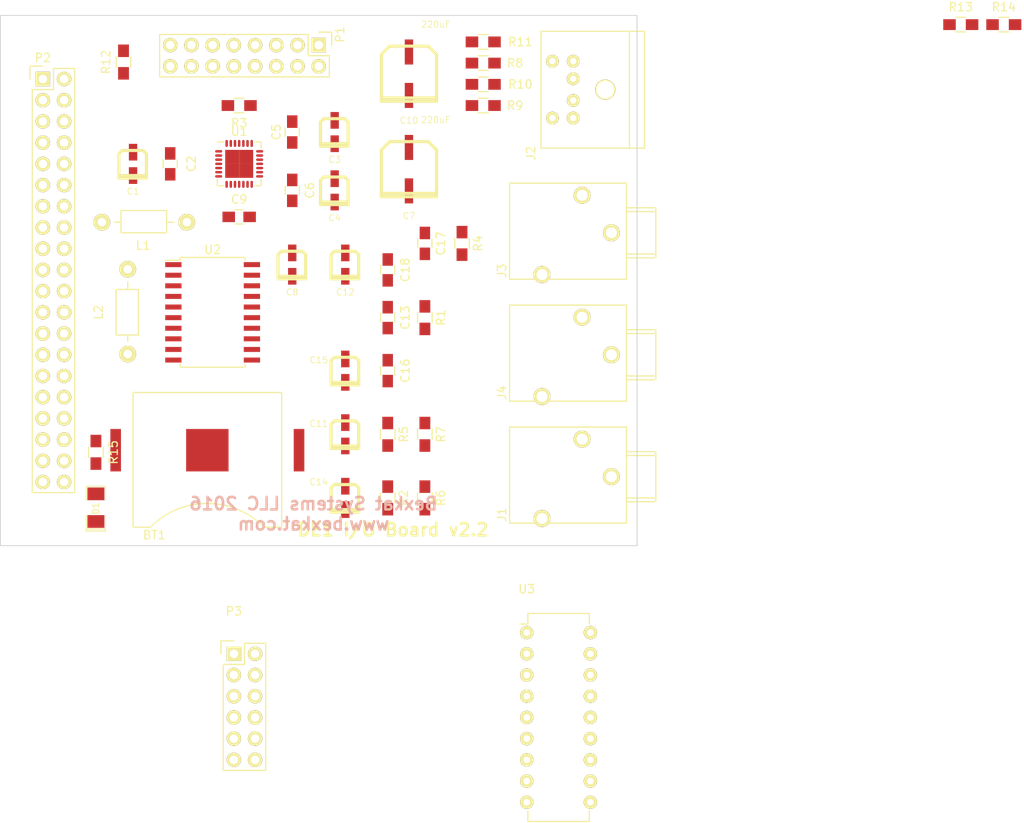
<source format=kicad_pcb>
(kicad_pcb (version 20160815) (host pcbnew "(2016-10-23 revision 4ee344e)-master")

  (general
    (links 147)
    (no_connects 147)
    (area 40.589999 60.909999 116.890001 124.510001)
    (thickness 1.6)
    (drawings 6)
    (tracks 0)
    (zones 0)
    (modules 47)
    (nets 82)
  )

  (page USLetter)
  (title_block
    (title "DE IO Board")
    (date 2016-10-23)
    (rev 1.1)
    (company "Bexkat Systems LLC")
  )

  (layers
    (0 Top signal)
    (31 Bottom signal)
    (34 B.Paste user)
    (35 F.Paste user)
    (36 B.SilkS user)
    (37 F.SilkS user)
    (38 B.Mask user)
    (39 F.Mask user)
    (44 Edge.Cuts user)
  )

  (setup
    (last_trace_width 0.1524)
    (trace_clearance 0.1524)
    (zone_clearance 0.508)
    (zone_45_only yes)
    (trace_min 0.1524)
    (segment_width 0.2)
    (edge_width 0.1)
    (via_size 0.6858)
    (via_drill 0.3302)
    (via_min_size 0.6604)
    (via_min_drill 0.3302)
    (uvia_size 0.762)
    (uvia_drill 0.508)
    (uvias_allowed no)
    (uvia_min_size 0)
    (uvia_min_drill 0)
    (pcb_text_width 0.3)
    (pcb_text_size 1.5 1.5)
    (mod_edge_width 0.15)
    (mod_text_size 1 1)
    (mod_text_width 0.15)
    (pad_size 5.08 5.08)
    (pad_drill 0)
    (pad_to_mask_clearance 0)
    (pad_to_paste_clearance -0.0762)
    (aux_axis_origin 0 0)
    (visible_elements FFFFFF7F)
    (pcbplotparams
      (layerselection 0x010fc_ffffffff)
      (usegerberextensions true)
      (excludeedgelayer true)
      (linewidth 0.100000)
      (plotframeref false)
      (viasonmask false)
      (mode 1)
      (useauxorigin false)
      (hpglpennumber 1)
      (hpglpenspeed 20)
      (hpglpendiameter 15)
      (psnegative false)
      (psa4output false)
      (plotreference true)
      (plotvalue false)
      (plotinvisibletext false)
      (padsonsilk false)
      (subtractmaskfromsilk false)
      (outputformat 1)
      (mirror false)
      (drillshape 0)
      (scaleselection 1)
      (outputdirectory /home/mstock/board))
  )

  (net 0 "")
  (net 1 /R0)
  (net 2 /G0)
  (net 3 /B0)
  (net 4 GND)
  (net 5 /R1)
  (net 6 /G1)
  (net 7 /B1)
  (net 8 /A)
  (net 9 /B)
  (net 10 /C)
  (net 11 /CLK)
  (net 12 /STB)
  (net 13 /~OE)
  (net 14 +5V)
  (net 15 +3V3)
  (net 16 /Kbd_data)
  (net 17 /Kbd_clk)
  (net 18 "Net-(BT1-Pad1)")
  (net 19 /SCLK_33)
  (net 20 /MISO_33)
  (net 21 /~RTC_SS)
  (net 22 /MOSI_33)
  (net 23 "Net-(J1-Pad2)")
  (net 24 "Net-(J1-Pad3)")
  (net 25 "Net-(C13-Pad2)")
  (net 26 "Net-(C10-Pad2)")
  (net 27 "Net-(C14-Pad2)")
  (net 28 "Net-(C11-Pad2)")
  (net 29 "Net-(C3-Pad1)")
  (net 30 "Net-(C4-Pad1)")
  (net 31 "Net-(C7-Pad1)")
  (net 32 "Net-(C8-Pad1)")
  (net 33 "Net-(C10-Pad1)")
  (net 34 "Net-(C11-Pad1)")
  (net 35 "Net-(C12-Pad2)")
  (net 36 "Net-(C12-Pad1)")
  (net 37 "Net-(C14-Pad1)")
  (net 38 "Net-(C15-Pad2)")
  (net 39 "Net-(C15-Pad1)")
  (net 40 /SDIN)
  (net 41 /BCLK)
  (net 42 /SCLK)
  (net 43 /PBLRC)
  (net 44 /PBDAT)
  (net 45 /RECLRC)
  (net 46 /RECDAT)
  (net 47 "Net-(J2-Pad6)")
  (net 48 "Net-(J2-Pad2)")
  (net 49 "Net-(P1-Pad12)")
  (net 50 "Net-(U1-Pad22)")
  (net 51 "Net-(U1-Pad21)")
  (net 52 "Net-(U1-Pad6)")
  (net 53 "Net-(U1-Pad2)")
  (net 54 "Net-(U2-Pad14)")
  (net 55 "Net-(U2-Pad13)")
  (net 56 "Net-(U2-Pad12)")
  (net 57 "Net-(U2-Pad11)")
  (net 58 "Net-(U2-Pad10)")
  (net 59 "Net-(U2-Pad9)")
  (net 60 "Net-(U2-Pad8)")
  (net 61 "Net-(U2-Pad7)")
  (net 62 "Net-(U2-Pad5)")
  (net 63 "Net-(U2-Pad3)")
  (net 64 "Net-(U2-Pad2)")
  (net 65 "Net-(P2-Pad40)")
  (net 66 "Net-(P2-Pad39)")
  (net 67 "Net-(P2-Pad38)")
  (net 68 "Net-(P2-Pad37)")
  (net 69 "Net-(P2-Pad36)")
  (net 70 /MCLK)
  (net 71 "Net-(D1-Pad2)")
  (net 72 /Serial1_TX)
  (net 73 /speaking)
  (net 74 /GPIO1)
  (net 75 /~RESET)
  (net 76 /GPIO2)
  (net 77 /voice)
  (net 78 "Net-(R3-Pad2)")
  (net 79 "Net-(R14-Pad2)")
  (net 80 /Serial1_busy)
  (net 81 "Net-(U3-Pad17)")

  (net_class Default "This is the default net class."
    (clearance 0.1524)
    (trace_width 0.1524)
    (via_dia 0.6858)
    (via_drill 0.3302)
    (uvia_dia 0.762)
    (uvia_drill 0.508)
    (diff_pair_gap 0.25)
    (diff_pair_width 0.2032)
    (add_net +3V3)
    (add_net +5V)
    (add_net /A)
    (add_net /B)
    (add_net /B0)
    (add_net /B1)
    (add_net /BCLK)
    (add_net /C)
    (add_net /CLK)
    (add_net /G0)
    (add_net /G1)
    (add_net /GPIO1)
    (add_net /GPIO2)
    (add_net /Kbd_clk)
    (add_net /Kbd_data)
    (add_net /MCLK)
    (add_net /MISO_33)
    (add_net /MOSI_33)
    (add_net /PBDAT)
    (add_net /PBLRC)
    (add_net /R0)
    (add_net /R1)
    (add_net /RECDAT)
    (add_net /RECLRC)
    (add_net /SCLK)
    (add_net /SCLK_33)
    (add_net /SDIN)
    (add_net /STB)
    (add_net /Serial1_TX)
    (add_net /Serial1_busy)
    (add_net /speaking)
    (add_net /voice)
    (add_net /~OE)
    (add_net /~RESET)
    (add_net /~RTC_SS)
    (add_net GND)
    (add_net "Net-(BT1-Pad1)")
    (add_net "Net-(C10-Pad1)")
    (add_net "Net-(C10-Pad2)")
    (add_net "Net-(C11-Pad1)")
    (add_net "Net-(C11-Pad2)")
    (add_net "Net-(C12-Pad1)")
    (add_net "Net-(C12-Pad2)")
    (add_net "Net-(C13-Pad2)")
    (add_net "Net-(C14-Pad1)")
    (add_net "Net-(C14-Pad2)")
    (add_net "Net-(C15-Pad1)")
    (add_net "Net-(C15-Pad2)")
    (add_net "Net-(C3-Pad1)")
    (add_net "Net-(C4-Pad1)")
    (add_net "Net-(C7-Pad1)")
    (add_net "Net-(C8-Pad1)")
    (add_net "Net-(D1-Pad2)")
    (add_net "Net-(J1-Pad2)")
    (add_net "Net-(J1-Pad3)")
    (add_net "Net-(J2-Pad2)")
    (add_net "Net-(J2-Pad6)")
    (add_net "Net-(P1-Pad12)")
    (add_net "Net-(P2-Pad36)")
    (add_net "Net-(P2-Pad37)")
    (add_net "Net-(P2-Pad38)")
    (add_net "Net-(P2-Pad39)")
    (add_net "Net-(P2-Pad40)")
    (add_net "Net-(R14-Pad2)")
    (add_net "Net-(R3-Pad2)")
    (add_net "Net-(U1-Pad2)")
    (add_net "Net-(U1-Pad21)")
    (add_net "Net-(U1-Pad22)")
    (add_net "Net-(U1-Pad6)")
    (add_net "Net-(U2-Pad10)")
    (add_net "Net-(U2-Pad11)")
    (add_net "Net-(U2-Pad12)")
    (add_net "Net-(U2-Pad13)")
    (add_net "Net-(U2-Pad14)")
    (add_net "Net-(U2-Pad2)")
    (add_net "Net-(U2-Pad3)")
    (add_net "Net-(U2-Pad5)")
    (add_net "Net-(U2-Pad7)")
    (add_net "Net-(U2-Pad8)")
    (add_net "Net-(U2-Pad9)")
    (add_net "Net-(U3-Pad17)")
  )

  (module Pin_Headers:Pin_Header_Straight_2x08 (layer Top) (tedit 57F843BD) (tstamp 56956653)
    (at 78.74 64.516 270)
    (descr "Through hole pin header")
    (tags "pin header")
    (path /554142A0)
    (fp_text reference P1 (at -1.27 -2.54 270) (layer F.SilkS)
      (effects (font (size 1 1) (thickness 0.15)))
    )
    (fp_text value "LED MATRIX" (at 5.08 8.89) (layer F.Fab)
      (effects (font (size 1 1) (thickness 0.15)))
    )
    (fp_line (start -1.75 -1.75) (end -1.75 19.55) (layer F.CrtYd) (width 0.05))
    (fp_line (start 4.3 -1.75) (end 4.3 19.55) (layer F.CrtYd) (width 0.05))
    (fp_line (start -1.75 -1.75) (end 4.3 -1.75) (layer F.CrtYd) (width 0.05))
    (fp_line (start -1.75 19.55) (end 4.3 19.55) (layer F.CrtYd) (width 0.05))
    (fp_line (start 3.81 19.05) (end 3.81 -1.27) (layer F.SilkS) (width 0.15))
    (fp_line (start -1.27 1.27) (end -1.27 19.05) (layer F.SilkS) (width 0.15))
    (fp_line (start 3.81 19.05) (end -1.27 19.05) (layer F.SilkS) (width 0.15))
    (fp_line (start 3.81 -1.27) (end 1.27 -1.27) (layer F.SilkS) (width 0.15))
    (fp_line (start 0 -1.55) (end -1.55 -1.55) (layer F.SilkS) (width 0.15))
    (fp_line (start 1.27 -1.27) (end 1.27 1.27) (layer F.SilkS) (width 0.15))
    (fp_line (start 1.27 1.27) (end -1.27 1.27) (layer F.SilkS) (width 0.15))
    (fp_line (start -1.55 -1.55) (end -1.55 0) (layer F.SilkS) (width 0.15))
    (pad 1 thru_hole rect (at 0 0 270) (size 1.7272 1.7272) (drill 1.016) (layers *.Cu *.Mask F.SilkS)
      (net 1 /R0))
    (pad 2 thru_hole oval (at 2.54 0 270) (size 1.7272 1.7272) (drill 1.016) (layers *.Cu *.Mask F.SilkS)
      (net 2 /G0))
    (pad 3 thru_hole oval (at 0 2.54 270) (size 1.7272 1.7272) (drill 1.016) (layers *.Cu *.Mask F.SilkS)
      (net 3 /B0))
    (pad 4 thru_hole oval (at 2.54 2.54 270) (size 1.7272 1.7272) (drill 1.016) (layers *.Cu *.Mask F.SilkS)
      (net 4 GND))
    (pad 5 thru_hole oval (at 0 5.08 270) (size 1.7272 1.7272) (drill 1.016) (layers *.Cu *.Mask F.SilkS)
      (net 5 /R1))
    (pad 6 thru_hole oval (at 2.54 5.08 270) (size 1.7272 1.7272) (drill 1.016) (layers *.Cu *.Mask F.SilkS)
      (net 6 /G1))
    (pad 7 thru_hole oval (at 0 7.62 270) (size 1.7272 1.7272) (drill 1.016) (layers *.Cu *.Mask F.SilkS)
      (net 7 /B1))
    (pad 8 thru_hole oval (at 2.54 7.62 270) (size 1.7272 1.7272) (drill 1.016) (layers *.Cu *.Mask F.SilkS)
      (net 4 GND))
    (pad 9 thru_hole oval (at 0 10.16 270) (size 1.7272 1.7272) (drill 1.016) (layers *.Cu *.Mask F.SilkS)
      (net 8 /A))
    (pad 10 thru_hole oval (at 2.54 10.16 270) (size 1.7272 1.7272) (drill 1.016) (layers *.Cu *.Mask F.SilkS)
      (net 9 /B))
    (pad 11 thru_hole oval (at 0 12.7 270) (size 1.7272 1.7272) (drill 1.016) (layers *.Cu *.Mask F.SilkS)
      (net 10 /C))
    (pad 12 thru_hole oval (at 2.54 12.7 270) (size 1.7272 1.7272) (drill 1.016) (layers *.Cu *.Mask F.SilkS)
      (net 49 "Net-(P1-Pad12)"))
    (pad 13 thru_hole oval (at 0 15.24 270) (size 1.7272 1.7272) (drill 1.016) (layers *.Cu *.Mask F.SilkS)
      (net 11 /CLK))
    (pad 14 thru_hole oval (at 2.54 15.24 270) (size 1.7272 1.7272) (drill 1.016) (layers *.Cu *.Mask F.SilkS)
      (net 12 /STB))
    (pad 15 thru_hole oval (at 0 17.78 270) (size 1.7272 1.7272) (drill 1.016) (layers *.Cu *.Mask F.SilkS)
      (net 13 /~OE))
    (pad 16 thru_hole oval (at 2.54 17.78 270) (size 1.7272 1.7272) (drill 1.016) (layers *.Cu *.Mask F.SilkS)
      (net 4 GND))
    (model Pin_Headers.3dshapes/Pin_Header_Straight_2x08.wrl
      (at (xyz 0.05 -0.35 0))
      (scale (xyz 1 1 1))
      (rotate (xyz 0 0 90))
    )
  )

  (module mstock-pretty:MD-60S (layer Top) (tedit 57F843BD) (tstamp 5696F813)
    (at 113.03 69.85 270)
    (descr "6 pin mini-DIN")
    (path /5696EEAB)
    (fp_text reference J2 (at 7.62 8.89 270) (layer F.SilkS)
      (effects (font (size 1 1) (thickness 0.15)))
    )
    (fp_text value "PS/2 Keyboard" (at 0 8.89 270) (layer F.Fab)
      (effects (font (size 1 1) (thickness 0.15)))
    )
    (fp_line (start -6.985 -2.8956) (end 7.0104 -2.8956) (layer F.SilkS) (width 0.15))
    (fp_line (start -6.985 -4.699) (end 7.0104 -4.699) (layer F.SilkS) (width 0.15))
    (fp_line (start 7.0104 -4.699) (end 7.0104 7.6962) (layer F.SilkS) (width 0.15))
    (fp_line (start 7.0104 7.6962) (end -6.985 7.6962) (layer F.SilkS) (width 0.15))
    (fp_line (start -6.985 7.6962) (end -6.985 -4.699) (layer F.SilkS) (width 0.15))
    (pad 1 thru_hole circle (at -1.2954 3.8354 270) (size 1.524 1.524) (drill 0.762) (layers *.Cu *.Mask F.SilkS)
      (net 16 /Kbd_data))
    (pad 3 thru_hole circle (at -3.4036 3.8354 270) (size 1.524 1.524) (drill 0.762) (layers *.Cu *.Mask F.SilkS)
      (net 4 GND))
    (pad "" thru_hole circle (at 0 0 270) (size 2.413 2.413) (drill 2.0828) (layers *.Cu *.Mask F.SilkS))
    (pad 2 thru_hole circle (at 1.2954 3.8354 270) (size 1.524 1.524) (drill 0.762) (layers *.Cu *.Mask F.SilkS)
      (net 48 "Net-(J2-Pad2)"))
    (pad 4 thru_hole circle (at 3.4036 3.8354 270) (size 1.524 1.524) (drill 0.762) (layers *.Cu *.Mask F.SilkS)
      (net 14 +5V))
    (pad 5 thru_hole circle (at -3.4036 6.3246 270) (size 1.524 1.524) (drill 0.762) (layers *.Cu *.Mask F.SilkS)
      (net 17 /Kbd_clk))
    (pad 6 thru_hole circle (at 3.4036 6.3246 270) (size 1.524 1.524) (drill 0.762) (layers *.Cu *.Mask F.SilkS)
      (net 47 "Net-(J2-Pad6)"))
  )

  (module Pin_Headers:Pin_Header_Straight_2x20 (layer Top) (tedit 57F843BD) (tstamp 56995C7A)
    (at 45.72 68.58)
    (descr "Through hole pin header")
    (tags "pin header")
    (path /55410742)
    (fp_text reference P2 (at 0 -2.54) (layer F.SilkS)
      (effects (font (size 1 1) (thickness 0.15)))
    )
    (fp_text value ALTERA_DE1_GPIO (at 5.08 26.67 90) (layer F.Fab) hide
      (effects (font (size 1 1) (thickness 0.15)))
    )
    (fp_line (start -1.75 -1.75) (end -1.75 50.05) (layer F.CrtYd) (width 0.05))
    (fp_line (start 4.3 -1.75) (end 4.3 50.05) (layer F.CrtYd) (width 0.05))
    (fp_line (start -1.75 -1.75) (end 4.3 -1.75) (layer F.CrtYd) (width 0.05))
    (fp_line (start -1.75 50.05) (end 4.3 50.05) (layer F.CrtYd) (width 0.05))
    (fp_line (start 3.81 49.53) (end 3.81 -1.27) (layer F.SilkS) (width 0.15))
    (fp_line (start -1.27 1.27) (end -1.27 49.53) (layer F.SilkS) (width 0.15))
    (fp_line (start 3.81 49.53) (end -1.27 49.53) (layer F.SilkS) (width 0.15))
    (fp_line (start 3.81 -1.27) (end 1.27 -1.27) (layer F.SilkS) (width 0.15))
    (fp_line (start 0 -1.55) (end -1.55 -1.55) (layer F.SilkS) (width 0.15))
    (fp_line (start 1.27 -1.27) (end 1.27 1.27) (layer F.SilkS) (width 0.15))
    (fp_line (start 1.27 1.27) (end -1.27 1.27) (layer F.SilkS) (width 0.15))
    (fp_line (start -1.55 -1.55) (end -1.55 0) (layer F.SilkS) (width 0.15))
    (pad 1 thru_hole rect (at 0 0) (size 1.7272 1.7272) (drill 1.016) (layers *.Cu *.Mask F.SilkS)
      (net 72 /Serial1_TX))
    (pad 2 thru_hole oval (at 2.54 0) (size 1.7272 1.7272) (drill 1.016) (layers *.Cu *.Mask F.SilkS)
      (net 17 /Kbd_clk))
    (pad 3 thru_hole oval (at 0 2.54) (size 1.7272 1.7272) (drill 1.016) (layers *.Cu *.Mask F.SilkS)
      (net 16 /Kbd_data))
    (pad 4 thru_hole oval (at 2.54 2.54) (size 1.7272 1.7272) (drill 1.016) (layers *.Cu *.Mask F.SilkS)
      (net 3 /B0))
    (pad 5 thru_hole oval (at 0 5.08) (size 1.7272 1.7272) (drill 1.016) (layers *.Cu *.Mask F.SilkS)
      (net 2 /G0))
    (pad 6 thru_hole oval (at 2.54 5.08) (size 1.7272 1.7272) (drill 1.016) (layers *.Cu *.Mask F.SilkS)
      (net 1 /R0))
    (pad 7 thru_hole oval (at 0 7.62) (size 1.7272 1.7272) (drill 1.016) (layers *.Cu *.Mask F.SilkS)
      (net 7 /B1))
    (pad 8 thru_hole oval (at 2.54 7.62) (size 1.7272 1.7272) (drill 1.016) (layers *.Cu *.Mask F.SilkS)
      (net 6 /G1))
    (pad 9 thru_hole oval (at 0 10.16) (size 1.7272 1.7272) (drill 1.016) (layers *.Cu *.Mask F.SilkS)
      (net 5 /R1))
    (pad 10 thru_hole oval (at 2.54 10.16) (size 1.7272 1.7272) (drill 1.016) (layers *.Cu *.Mask F.SilkS)
      (net 8 /A))
    (pad 11 thru_hole oval (at 0 12.7) (size 1.7272 1.7272) (drill 1.016) (layers *.Cu *.Mask F.SilkS)
      (net 14 +5V))
    (pad 12 thru_hole oval (at 2.54 12.7) (size 1.7272 1.7272) (drill 1.016) (layers *.Cu *.Mask F.SilkS)
      (net 4 GND))
    (pad 13 thru_hole oval (at 0 15.24) (size 1.7272 1.7272) (drill 1.016) (layers *.Cu *.Mask F.SilkS)
      (net 9 /B))
    (pad 14 thru_hole oval (at 2.54 15.24) (size 1.7272 1.7272) (drill 1.016) (layers *.Cu *.Mask F.SilkS)
      (net 10 /C))
    (pad 15 thru_hole oval (at 0 17.78) (size 1.7272 1.7272) (drill 1.016) (layers *.Cu *.Mask F.SilkS)
      (net 13 /~OE))
    (pad 16 thru_hole oval (at 2.54 17.78) (size 1.7272 1.7272) (drill 1.016) (layers *.Cu *.Mask F.SilkS)
      (net 12 /STB))
    (pad 17 thru_hole oval (at 0 20.32) (size 1.7272 1.7272) (drill 1.016) (layers *.Cu *.Mask F.SilkS)
      (net 11 /CLK))
    (pad 18 thru_hole oval (at 2.54 20.32) (size 1.7272 1.7272) (drill 1.016) (layers *.Cu *.Mask F.SilkS)
      (net 41 /BCLK))
    (pad 19 thru_hole oval (at 0 22.86) (size 1.7272 1.7272) (drill 1.016) (layers *.Cu *.Mask F.SilkS)
      (net 46 /RECDAT))
    (pad 20 thru_hole oval (at 2.54 22.86) (size 1.7272 1.7272) (drill 1.016) (layers *.Cu *.Mask F.SilkS)
      (net 40 /SDIN))
    (pad 21 thru_hole oval (at 0 25.4) (size 1.7272 1.7272) (drill 1.016) (layers *.Cu *.Mask F.SilkS)
      (net 43 /PBLRC))
    (pad 22 thru_hole oval (at 2.54 25.4) (size 1.7272 1.7272) (drill 1.016) (layers *.Cu *.Mask F.SilkS)
      (net 42 /SCLK))
    (pad 23 thru_hole oval (at 0 27.94) (size 1.7272 1.7272) (drill 1.016) (layers *.Cu *.Mask F.SilkS)
      (net 45 /RECLRC))
    (pad 24 thru_hole oval (at 2.54 27.94) (size 1.7272 1.7272) (drill 1.016) (layers *.Cu *.Mask F.SilkS)
      (net 44 /PBDAT))
    (pad 25 thru_hole oval (at 0 30.48) (size 1.7272 1.7272) (drill 1.016) (layers *.Cu *.Mask F.SilkS)
      (net 19 /SCLK_33))
    (pad 26 thru_hole oval (at 2.54 30.48) (size 1.7272 1.7272) (drill 1.016) (layers *.Cu *.Mask F.SilkS)
      (net 20 /MISO_33))
    (pad 27 thru_hole oval (at 0 33.02) (size 1.7272 1.7272) (drill 1.016) (layers *.Cu *.Mask F.SilkS)
      (net 21 /~RTC_SS))
    (pad 28 thru_hole oval (at 2.54 33.02) (size 1.7272 1.7272) (drill 1.016) (layers *.Cu *.Mask F.SilkS)
      (net 22 /MOSI_33))
    (pad 29 thru_hole oval (at 0 35.56) (size 1.7272 1.7272) (drill 1.016) (layers *.Cu *.Mask F.SilkS)
      (net 15 +3V3))
    (pad 30 thru_hole oval (at 2.54 35.56) (size 1.7272 1.7272) (drill 1.016) (layers *.Cu *.Mask F.SilkS)
      (net 4 GND))
    (pad 31 thru_hole oval (at 0 38.1) (size 1.7272 1.7272) (drill 1.016) (layers *.Cu *.Mask F.SilkS)
      (net 70 /MCLK))
    (pad 32 thru_hole oval (at 2.54 38.1) (size 1.7272 1.7272) (drill 1.016) (layers *.Cu *.Mask F.SilkS)
      (net 73 /speaking))
    (pad 33 thru_hole oval (at 0 40.64) (size 1.7272 1.7272) (drill 1.016) (layers *.Cu *.Mask F.SilkS)
      (net 74 /GPIO1))
    (pad 34 thru_hole oval (at 2.54 40.64) (size 1.7272 1.7272) (drill 1.016) (layers *.Cu *.Mask F.SilkS)
      (net 75 /~RESET))
    (pad 35 thru_hole oval (at 0 43.18) (size 1.7272 1.7272) (drill 1.016) (layers *.Cu *.Mask F.SilkS)
      (net 76 /GPIO2))
    (pad 36 thru_hole oval (at 2.54 43.18) (size 1.7272 1.7272) (drill 1.016) (layers *.Cu *.Mask F.SilkS)
      (net 69 "Net-(P2-Pad36)"))
    (pad 37 thru_hole oval (at 0 45.72) (size 1.7272 1.7272) (drill 1.016) (layers *.Cu *.Mask F.SilkS)
      (net 68 "Net-(P2-Pad37)"))
    (pad 38 thru_hole oval (at 2.54 45.72) (size 1.7272 1.7272) (drill 1.016) (layers *.Cu *.Mask F.SilkS)
      (net 67 "Net-(P2-Pad38)"))
    (pad 39 thru_hole oval (at 0 48.26) (size 1.7272 1.7272) (drill 1.016) (layers *.Cu *.Mask F.SilkS)
      (net 66 "Net-(P2-Pad39)"))
    (pad 40 thru_hole oval (at 2.54 48.26) (size 1.7272 1.7272) (drill 1.016) (layers *.Cu *.Mask F.SilkS)
      (net 65 "Net-(P2-Pad40)"))
    (model Pin_Headers.3dshapes/Pin_Header_Straight_2x20.wrl
      (at (xyz 0.05 -0.95 0))
      (scale (xyz 1 1 1))
      (rotate (xyz 0 0 90))
    )
  )

  (module Capacitors_SMD:C_0805_HandSoldering (layer Top) (tedit 57F843BD) (tstamp 56B54E83)
    (at 60.96 78.74 90)
    (descr "Capacitor SMD 0805, hand soldering")
    (tags "capacitor 0805")
    (path /57F7274A)
    (attr smd)
    (fp_text reference C2 (at 0 2.54 90) (layer F.SilkS)
      (effects (font (size 1 1) (thickness 0.15)))
    )
    (fp_text value 0.1uF (at 0 -2.54 90) (layer F.Fab) hide
      (effects (font (size 1 1) (thickness 0.15)))
    )
    (fp_line (start -2.3 -1) (end 2.3 -1) (layer F.CrtYd) (width 0.05))
    (fp_line (start -2.3 1) (end 2.3 1) (layer F.CrtYd) (width 0.05))
    (fp_line (start -2.3 -1) (end -2.3 1) (layer F.CrtYd) (width 0.05))
    (fp_line (start 2.3 -1) (end 2.3 1) (layer F.CrtYd) (width 0.05))
    (fp_line (start 0.5 -0.85) (end -0.5 -0.85) (layer F.SilkS) (width 0.15))
    (fp_line (start -0.5 0.85) (end 0.5 0.85) (layer F.SilkS) (width 0.15))
    (pad 1 smd rect (at -1.25 0 90) (size 1.5 1.25) (layers Top F.Paste F.Mask)
      (net 4 GND))
    (pad 2 smd rect (at 1.25 0 90) (size 1.5 1.25) (layers Top F.Paste F.Mask)
      (net 15 +3V3))
    (model Capacitors_SMD.3dshapes/C_0805_HandSoldering.wrl
      (at (xyz 0 0 0))
      (scale (xyz 1 1 1))
      (rotate (xyz 0 0 0))
    )
  )

  (module Resistors_SMD:R_0805_HandSoldering (layer Top) (tedit 57F843BD) (tstamp 56B54E95)
    (at 91.44 97.155 270)
    (descr "Resistor SMD 0805, hand soldering")
    (tags "resistor 0805")
    (path /56B54F2D)
    (attr smd)
    (fp_text reference R1 (at 0 -1.905 270) (layer F.SilkS)
      (effects (font (size 1 1) (thickness 0.15)))
    )
    (fp_text value 47k (at 0 -2.54 270) (layer F.Fab) hide
      (effects (font (size 1 1) (thickness 0.15)))
    )
    (fp_line (start -2.4 -1) (end 2.4 -1) (layer F.CrtYd) (width 0.05))
    (fp_line (start -2.4 1) (end 2.4 1) (layer F.CrtYd) (width 0.05))
    (fp_line (start -2.4 -1) (end -2.4 1) (layer F.CrtYd) (width 0.05))
    (fp_line (start 2.4 -1) (end 2.4 1) (layer F.CrtYd) (width 0.05))
    (fp_line (start 0.6 0.875) (end -0.6 0.875) (layer F.SilkS) (width 0.15))
    (fp_line (start -0.6 -0.875) (end 0.6 -0.875) (layer F.SilkS) (width 0.15))
    (pad 1 smd rect (at -1.35 0 270) (size 1.5 1.3) (layers Top F.Paste F.Mask)
      (net 4 GND))
    (pad 2 smd rect (at 1.35 0 270) (size 1.5 1.3) (layers Top F.Paste F.Mask)
      (net 25 "Net-(C13-Pad2)"))
    (model Resistors_SMD.3dshapes/R_0805_HandSoldering.wrl
      (at (xyz 0 0 0))
      (scale (xyz 1 1 1))
      (rotate (xyz 0 0 0))
    )
  )

  (module Resistors_SMD:R_0805_HandSoldering (layer Top) (tedit 580D8554) (tstamp 56B54E9B)
    (at 86.995 118.745 270)
    (descr "Resistor SMD 0805, hand soldering")
    (tags "resistor 0805")
    (path /56B54F80)
    (attr smd)
    (fp_text reference R2 (at 0 -1.905 270) (layer F.SilkS)
      (effects (font (size 1 1) (thickness 0.15)))
    )
    (fp_text value 47k (at 0 2.54 270) (layer F.Fab)
      (effects (font (size 1 1) (thickness 0.15)))
    )
    (fp_line (start -2.4 -1) (end 2.4 -1) (layer F.CrtYd) (width 0.05))
    (fp_line (start -2.4 1) (end 2.4 1) (layer F.CrtYd) (width 0.05))
    (fp_line (start -2.4 -1) (end -2.4 1) (layer F.CrtYd) (width 0.05))
    (fp_line (start 2.4 -1) (end 2.4 1) (layer F.CrtYd) (width 0.05))
    (fp_line (start 0.6 0.875) (end -0.6 0.875) (layer F.SilkS) (width 0.15))
    (fp_line (start -0.6 -0.875) (end 0.6 -0.875) (layer F.SilkS) (width 0.15))
    (pad 1 smd rect (at -1.35 0 270) (size 1.5 1.3) (layers Top F.Paste F.Mask)
      (net 4 GND))
    (pad 2 smd rect (at 1.35 0 270) (size 1.5 1.3) (layers Top F.Paste F.Mask)
      (net 27 "Net-(C14-Pad2)"))
    (model Resistors_SMD.3dshapes/R_0805_HandSoldering.wrl
      (at (xyz 0 0 0))
      (scale (xyz 1 1 1))
      (rotate (xyz 0 0 0))
    )
  )

  (module Housings_SOIC:SOIC-20_7.5x12.8mm_Pitch1.27mm (layer Top) (tedit 57F843BD) (tstamp 56B55638)
    (at 66.04 96.52)
    (descr "20-Lead Plastic Small Outline (SO) - Wide, 7.50 mm Body [SOIC] (see Microchip Packaging Specification 00000049BS.pdf)")
    (tags "SOIC 1.27")
    (path /56996EC0)
    (attr smd)
    (fp_text reference U2 (at 0 -7.5) (layer F.SilkS)
      (effects (font (size 1 1) (thickness 0.15)))
    )
    (fp_text value DS3234 (at 0 7.5) (layer F.Fab)
      (effects (font (size 1 1) (thickness 0.15)))
    )
    (fp_line (start -5.95 -6.75) (end -5.95 6.75) (layer F.CrtYd) (width 0.05))
    (fp_line (start 5.95 -6.75) (end 5.95 6.75) (layer F.CrtYd) (width 0.05))
    (fp_line (start -5.95 -6.75) (end 5.95 -6.75) (layer F.CrtYd) (width 0.05))
    (fp_line (start -5.95 6.75) (end 5.95 6.75) (layer F.CrtYd) (width 0.05))
    (fp_line (start -3.875 -6.575) (end -3.875 -6.24) (layer F.SilkS) (width 0.15))
    (fp_line (start 3.875 -6.575) (end 3.875 -6.24) (layer F.SilkS) (width 0.15))
    (fp_line (start 3.875 6.575) (end 3.875 6.24) (layer F.SilkS) (width 0.15))
    (fp_line (start -3.875 6.575) (end -3.875 6.24) (layer F.SilkS) (width 0.15))
    (fp_line (start -3.875 -6.575) (end 3.875 -6.575) (layer F.SilkS) (width 0.15))
    (fp_line (start -3.875 6.575) (end 3.875 6.575) (layer F.SilkS) (width 0.15))
    (fp_line (start -3.875 -6.24) (end -5.675 -6.24) (layer F.SilkS) (width 0.15))
    (pad 1 smd rect (at -4.7 -5.715) (size 1.95 0.6) (layers Top F.Paste F.Mask)
      (net 21 /~RTC_SS))
    (pad 2 smd rect (at -4.7 -4.445) (size 1.95 0.6) (layers Top F.Paste F.Mask)
      (net 64 "Net-(U2-Pad2)"))
    (pad 3 smd rect (at -4.7 -3.175) (size 1.95 0.6) (layers Top F.Paste F.Mask)
      (net 63 "Net-(U2-Pad3)"))
    (pad 4 smd rect (at -4.7 -1.905) (size 1.95 0.6) (layers Top F.Paste F.Mask)
      (net 15 +3V3))
    (pad 5 smd rect (at -4.7 -0.635) (size 1.95 0.6) (layers Top F.Paste F.Mask)
      (net 62 "Net-(U2-Pad5)"))
    (pad 6 smd rect (at -4.7 0.635) (size 1.95 0.6) (layers Top F.Paste F.Mask)
      (net 75 /~RESET))
    (pad 7 smd rect (at -4.7 1.905) (size 1.95 0.6) (layers Top F.Paste F.Mask)
      (net 61 "Net-(U2-Pad7)"))
    (pad 8 smd rect (at -4.7 3.175) (size 1.95 0.6) (layers Top F.Paste F.Mask)
      (net 60 "Net-(U2-Pad8)"))
    (pad 9 smd rect (at -4.7 4.445) (size 1.95 0.6) (layers Top F.Paste F.Mask)
      (net 59 "Net-(U2-Pad9)"))
    (pad 10 smd rect (at -4.7 5.715) (size 1.95 0.6) (layers Top F.Paste F.Mask)
      (net 58 "Net-(U2-Pad10)"))
    (pad 11 smd rect (at 4.7 5.715) (size 1.95 0.6) (layers Top F.Paste F.Mask)
      (net 57 "Net-(U2-Pad11)"))
    (pad 12 smd rect (at 4.7 4.445) (size 1.95 0.6) (layers Top F.Paste F.Mask)
      (net 56 "Net-(U2-Pad12)"))
    (pad 13 smd rect (at 4.7 3.175) (size 1.95 0.6) (layers Top F.Paste F.Mask)
      (net 55 "Net-(U2-Pad13)"))
    (pad 14 smd rect (at 4.7 1.905) (size 1.95 0.6) (layers Top F.Paste F.Mask)
      (net 54 "Net-(U2-Pad14)"))
    (pad 15 smd rect (at 4.7 0.635) (size 1.95 0.6) (layers Top F.Paste F.Mask)
      (net 4 GND))
    (pad 16 smd rect (at 4.7 -0.635) (size 1.95 0.6) (layers Top F.Paste F.Mask)
      (net 18 "Net-(BT1-Pad1)"))
    (pad 17 smd rect (at 4.7 -1.905) (size 1.95 0.6) (layers Top F.Paste F.Mask)
      (net 22 /MOSI_33))
    (pad 18 smd rect (at 4.7 -3.175) (size 1.95 0.6) (layers Top F.Paste F.Mask)
      (net 19 /SCLK_33))
    (pad 19 smd rect (at 4.7 -4.445) (size 1.95 0.6) (layers Top F.Paste F.Mask)
      (net 20 /MISO_33))
    (pad 20 smd rect (at 4.7 -5.715) (size 1.95 0.6) (layers Top F.Paste F.Mask)
      (net 19 /SCLK_33))
    (model Housings_SOIC.3dshapes/SOIC-20_7.5x12.8mm_Pitch1.27mm.wrl
      (at (xyz 0 0 0))
      (scale (xyz 1 1 1))
      (rotate (xyz 0 0 0))
    )
  )

  (module mstock-pretty:coincell (layer Top) (tedit 580E084E) (tstamp 56A1144F)
    (at 65.405 113.03 180)
    (descr "Coin cell holder")
    (tags battery)
    (path /5699741B)
    (fp_text reference BT1 (at 6.35 -10.16 180) (layer F.SilkS)
      (effects (font (size 1 1) (thickness 0.15)))
    )
    (fp_text value "2025 coin cell" (at 0.1016 7.9756 180) (layer F.Fab)
      (effects (font (size 1 1) (thickness 0.15)))
    )
    (fp_line (start -6.7564 -9.2202) (end -8.89 -9.2202) (layer F.SilkS) (width 0.15))
    (fp_line (start 8.89 -9.2202) (end 6.858 -9.2202) (layer F.SilkS) (width 0.15))
    (fp_arc (start 0 -15.9512) (end 6.8072 -9.2202) (angle 90) (layer F.SilkS) (width 0.15))
    (fp_line (start -8.89 6.9088) (end 8.89 6.9088) (layer F.SilkS) (width 0.15))
    (fp_line (start 8.89 6.9088) (end 8.89 -9.2202) (layer F.SilkS) (width 0.15))
    (fp_line (start -8.89 -9.2202) (end -8.89 6.8834) (layer F.SilkS) (width 0.15))
    (pad 1 smd rect (at 10.9728 0 180) (size 1.27 5.08) (layers Top F.Paste F.Mask)
      (net 18 "Net-(BT1-Pad1)"))
    (pad 2 smd rect (at 0 0 180) (size 5.08 5.08) (layers Top F.Mask)
      (net 4 GND))
    (pad 1 smd rect (at -10.9728 0 180) (size 1.27 5.08) (layers Top F.Paste F.Mask)
      (net 18 "Net-(BT1-Pad1)"))
  )

  (module mstock-pretty:SJI-3513N (layer Top) (tedit 57F843BD) (tstamp 56B54E19)
    (at 115.57 101.6 270)
    (descr "3mm audio jack")
    (tags "audio jack")
    (path /56B54BC1)
    (fp_text reference J4 (at 4.5466 14.9098 270) (layer F.SilkS)
      (effects (font (size 1 1) (thickness 0.15)))
    )
    (fp_text value "Line In" (at -0.0254 13.081 270) (layer F.Fab)
      (effects (font (size 1 1) (thickness 0.15)))
    )
    (fp_line (start 2.54 -3.5052) (end 2.54 -0.0254) (layer F.SilkS) (width 0.15))
    (fp_line (start -2.54 0) (end -2.54 -3.5052) (layer F.SilkS) (width 0.15))
    (fp_line (start 2.9972 0) (end 2.9972 -3.5052) (layer F.SilkS) (width 0.15))
    (fp_line (start 2.9972 -3.5052) (end -2.9972 -3.5052) (layer F.SilkS) (width 0.15))
    (fp_line (start -2.9972 -3.5052) (end -2.9972 0) (layer F.SilkS) (width 0.15))
    (fp_line (start -5.9436 0) (end 5.5626 0) (layer F.SilkS) (width 0.15))
    (fp_line (start 5.5626 0) (end 5.5626 13.9954) (layer F.SilkS) (width 0.15))
    (fp_line (start 5.5626 13.9954) (end -5.9436 13.9954) (layer F.SilkS) (width 0.15))
    (fp_line (start -5.9436 13.9954) (end -5.9436 0) (layer F.SilkS) (width 0.15))
    (pad 1 thru_hole circle (at 0 1.8034 270) (size 2.032 2.032) (drill oval 1.3208) (layers *.Cu *.Mask F.SilkS)
      (net 4 GND))
    (pad 2 thru_hole circle (at -4.4958 5.3086 270) (size 2.032 2.032) (drill oval 1.3208) (layers *.Cu *.Mask F.SilkS)
      (net 35 "Net-(C12-Pad2)"))
    (pad 3 thru_hole circle (at 5.0038 10.1092 270) (size 2.032 2.032) (drill oval 1.3208) (layers *.Cu *.Mask F.SilkS)
      (net 38 "Net-(C15-Pad2)"))
  )

  (module mstock-pretty:SJI-3513N (layer Top) (tedit 57F843BD) (tstamp 5696F808)
    (at 115.57 116.205 270)
    (descr "3mm audio jack")
    (tags "audio jack")
    (path /5696F8D4)
    (fp_text reference J1 (at 4.5466 14.9098 270) (layer F.SilkS)
      (effects (font (size 1 1) (thickness 0.15)))
    )
    (fp_text value "Line Out" (at -0.0254 13.081 270) (layer F.Fab)
      (effects (font (size 1 1) (thickness 0.15)))
    )
    (fp_line (start 2.54 -3.5052) (end 2.54 -0.0254) (layer F.SilkS) (width 0.15))
    (fp_line (start -2.54 0) (end -2.54 -3.5052) (layer F.SilkS) (width 0.15))
    (fp_line (start 2.9972 0) (end 2.9972 -3.5052) (layer F.SilkS) (width 0.15))
    (fp_line (start 2.9972 -3.5052) (end -2.9972 -3.5052) (layer F.SilkS) (width 0.15))
    (fp_line (start -2.9972 -3.5052) (end -2.9972 0) (layer F.SilkS) (width 0.15))
    (fp_line (start -5.9436 0) (end 5.5626 0) (layer F.SilkS) (width 0.15))
    (fp_line (start 5.5626 0) (end 5.5626 13.9954) (layer F.SilkS) (width 0.15))
    (fp_line (start 5.5626 13.9954) (end -5.9436 13.9954) (layer F.SilkS) (width 0.15))
    (fp_line (start -5.9436 13.9954) (end -5.9436 0) (layer F.SilkS) (width 0.15))
    (pad 1 thru_hole circle (at 0 1.8034 270) (size 2.032 2.032) (drill oval 1.3208) (layers *.Cu *.Mask F.SilkS)
      (net 4 GND))
    (pad 2 thru_hole circle (at -4.4958 5.3086 270) (size 2.032 2.032) (drill oval 1.3208) (layers *.Cu *.Mask F.SilkS)
      (net 23 "Net-(J1-Pad2)"))
    (pad 3 thru_hole circle (at 5.0038 10.1092 270) (size 2.032 2.032) (drill oval 1.3208) (layers *.Cu *.Mask F.SilkS)
      (net 24 "Net-(J1-Pad3)"))
  )

  (module Resistors_SMD:R_0805_HandSoldering (layer Top) (tedit 57F843BD) (tstamp 57F6EF9B)
    (at 95.885 88.265 90)
    (descr "Resistor SMD 0805, hand soldering")
    (tags "resistor 0805")
    (path /57F700DB)
    (attr smd)
    (fp_text reference R4 (at 0 1.905 90) (layer F.SilkS)
      (effects (font (size 1 1) (thickness 0.15)))
    )
    (fp_text value 47k (at 0 2.1 90) (layer F.Fab) hide
      (effects (font (size 1 1) (thickness 0.15)))
    )
    (fp_line (start -2.4 -1) (end 2.4 -1) (layer F.CrtYd) (width 0.05))
    (fp_line (start -2.4 1) (end 2.4 1) (layer F.CrtYd) (width 0.05))
    (fp_line (start -2.4 -1) (end -2.4 1) (layer F.CrtYd) (width 0.05))
    (fp_line (start 2.4 -1) (end 2.4 1) (layer F.CrtYd) (width 0.05))
    (fp_line (start 0.6 0.875) (end -0.6 0.875) (layer F.SilkS) (width 0.15))
    (fp_line (start -0.6 -0.875) (end 0.6 -0.875) (layer F.SilkS) (width 0.15))
    (pad 1 smd rect (at -1.35 0 90) (size 1.5 1.3) (layers Top F.Paste F.Mask)
      (net 4 GND))
    (pad 2 smd rect (at 1.35 0 90) (size 1.5 1.3) (layers Top F.Paste F.Mask)
      (net 26 "Net-(C10-Pad2)"))
    (model Resistors_SMD.3dshapes/R_0805_HandSoldering.wrl
      (at (xyz 0 0 0))
      (scale (xyz 1 1 1))
      (rotate (xyz 0 0 0))
    )
  )

  (module Resistors_SMD:R_0805_HandSoldering (layer Top) (tedit 580D8550) (tstamp 57F6EFA1)
    (at 86.995 111.125 90)
    (descr "Resistor SMD 0805, hand soldering")
    (tags "resistor 0805")
    (path /57F6F597)
    (attr smd)
    (fp_text reference R5 (at 0 1.905 90) (layer F.SilkS)
      (effects (font (size 1 1) (thickness 0.15)))
    )
    (fp_text value 47k (at 0 2.1 90) (layer F.Fab)
      (effects (font (size 1 1) (thickness 0.15)))
    )
    (fp_line (start -2.4 -1) (end 2.4 -1) (layer F.CrtYd) (width 0.05))
    (fp_line (start -2.4 1) (end 2.4 1) (layer F.CrtYd) (width 0.05))
    (fp_line (start -2.4 -1) (end -2.4 1) (layer F.CrtYd) (width 0.05))
    (fp_line (start 2.4 -1) (end 2.4 1) (layer F.CrtYd) (width 0.05))
    (fp_line (start 0.6 0.875) (end -0.6 0.875) (layer F.SilkS) (width 0.15))
    (fp_line (start -0.6 -0.875) (end 0.6 -0.875) (layer F.SilkS) (width 0.15))
    (pad 1 smd rect (at -1.35 0 90) (size 1.5 1.3) (layers Top F.Paste F.Mask)
      (net 4 GND))
    (pad 2 smd rect (at 1.35 0 90) (size 1.5 1.3) (layers Top F.Paste F.Mask)
      (net 28 "Net-(C11-Pad2)"))
    (model Resistors_SMD.3dshapes/R_0805_HandSoldering.wrl
      (at (xyz 0 0 0))
      (scale (xyz 1 1 1))
      (rotate (xyz 0 0 0))
    )
  )

  (module mstock-pretty:SJI-3513N (layer Top) (tedit 57F843BD) (tstamp 57F6EFFF)
    (at 115.57 86.995 270)
    (descr "3mm audio jack")
    (tags "audio jack")
    (path /57F6F1DF)
    (fp_text reference J3 (at 4.5466 14.9098 270) (layer F.SilkS)
      (effects (font (size 1 1) (thickness 0.15)))
    )
    (fp_text value "Headphone Out" (at -0.0254 13.081 270) (layer F.Fab)
      (effects (font (size 1 1) (thickness 0.15)))
    )
    (fp_line (start 2.54 -3.5052) (end 2.54 -0.0254) (layer F.SilkS) (width 0.15))
    (fp_line (start -2.54 0) (end -2.54 -3.5052) (layer F.SilkS) (width 0.15))
    (fp_line (start 2.9972 0) (end 2.9972 -3.5052) (layer F.SilkS) (width 0.15))
    (fp_line (start 2.9972 -3.5052) (end -2.9972 -3.5052) (layer F.SilkS) (width 0.15))
    (fp_line (start -2.9972 -3.5052) (end -2.9972 0) (layer F.SilkS) (width 0.15))
    (fp_line (start -5.9436 0) (end 5.5626 0) (layer F.SilkS) (width 0.15))
    (fp_line (start 5.5626 0) (end 5.5626 13.9954) (layer F.SilkS) (width 0.15))
    (fp_line (start 5.5626 13.9954) (end -5.9436 13.9954) (layer F.SilkS) (width 0.15))
    (fp_line (start -5.9436 13.9954) (end -5.9436 0) (layer F.SilkS) (width 0.15))
    (pad 1 thru_hole circle (at 0 1.8034 270) (size 2.032 2.032) (drill oval 1.3208) (layers *.Cu *.Mask F.SilkS)
      (net 4 GND))
    (pad 2 thru_hole circle (at -4.4958 5.3086 270) (size 2.032 2.032) (drill oval 1.3208) (layers *.Cu *.Mask F.SilkS)
      (net 26 "Net-(C10-Pad2)"))
    (pad 3 thru_hole circle (at 5.0038 10.1092 270) (size 2.032 2.032) (drill oval 1.3208) (layers *.Cu *.Mask F.SilkS)
      (net 25 "Net-(C13-Pad2)"))
  )

  (module Capacitors_SMD:C_0805_HandSoldering (layer Top) (tedit 57F843BD) (tstamp 57F6F0CD)
    (at 75.565 74.93 270)
    (descr "Capacitor SMD 0805, hand soldering")
    (tags "capacitor 0805")
    (path /57F70CC1)
    (attr smd)
    (fp_text reference C5 (at 0 1.905 270) (layer F.SilkS)
      (effects (font (size 1 1) (thickness 0.15)))
    )
    (fp_text value 0.1uF (at 0 2.1 270) (layer F.Fab) hide
      (effects (font (size 1 1) (thickness 0.15)))
    )
    (fp_line (start -1 0.625) (end -1 -0.625) (layer F.Fab) (width 0.15))
    (fp_line (start 1 0.625) (end -1 0.625) (layer F.Fab) (width 0.15))
    (fp_line (start 1 -0.625) (end 1 0.625) (layer F.Fab) (width 0.15))
    (fp_line (start -1 -0.625) (end 1 -0.625) (layer F.Fab) (width 0.15))
    (fp_line (start -2.3 -1) (end 2.3 -1) (layer F.CrtYd) (width 0.05))
    (fp_line (start -2.3 1) (end 2.3 1) (layer F.CrtYd) (width 0.05))
    (fp_line (start -2.3 -1) (end -2.3 1) (layer F.CrtYd) (width 0.05))
    (fp_line (start 2.3 -1) (end 2.3 1) (layer F.CrtYd) (width 0.05))
    (fp_line (start 0.5 -0.85) (end -0.5 -0.85) (layer F.SilkS) (width 0.15))
    (fp_line (start -0.5 0.85) (end 0.5 0.85) (layer F.SilkS) (width 0.15))
    (pad 1 smd rect (at -1.25 0 270) (size 1.5 1.25) (layers Top F.Paste F.Mask)
      (net 4 GND))
    (pad 2 smd rect (at 1.25 0 270) (size 1.5 1.25) (layers Top F.Paste F.Mask)
      (net 29 "Net-(C3-Pad1)"))
    (model Capacitors_SMD.3dshapes/C_0805_HandSoldering.wrl
      (at (xyz 0 0 0))
      (scale (xyz 1 1 1))
      (rotate (xyz 0 0 0))
    )
  )

  (module Capacitors_SMD:C_0805_HandSoldering (layer Top) (tedit 57F843BD) (tstamp 57F6F0D3)
    (at 75.565 81.915 270)
    (descr "Capacitor SMD 0805, hand soldering")
    (tags "capacitor 0805")
    (path /57F73FCC)
    (attr smd)
    (fp_text reference C6 (at 0 -2.1 270) (layer F.SilkS)
      (effects (font (size 1 1) (thickness 0.15)))
    )
    (fp_text value 0.1uF (at 0 2.1 270) (layer F.Fab) hide
      (effects (font (size 1 1) (thickness 0.15)))
    )
    (fp_line (start -1 0.625) (end -1 -0.625) (layer F.Fab) (width 0.15))
    (fp_line (start 1 0.625) (end -1 0.625) (layer F.Fab) (width 0.15))
    (fp_line (start 1 -0.625) (end 1 0.625) (layer F.Fab) (width 0.15))
    (fp_line (start -1 -0.625) (end 1 -0.625) (layer F.Fab) (width 0.15))
    (fp_line (start -2.3 -1) (end 2.3 -1) (layer F.CrtYd) (width 0.05))
    (fp_line (start -2.3 1) (end 2.3 1) (layer F.CrtYd) (width 0.05))
    (fp_line (start -2.3 -1) (end -2.3 1) (layer F.CrtYd) (width 0.05))
    (fp_line (start 2.3 -1) (end 2.3 1) (layer F.CrtYd) (width 0.05))
    (fp_line (start 0.5 -0.85) (end -0.5 -0.85) (layer F.SilkS) (width 0.15))
    (fp_line (start -0.5 0.85) (end 0.5 0.85) (layer F.SilkS) (width 0.15))
    (pad 1 smd rect (at -1.25 0 270) (size 1.5 1.25) (layers Top F.Paste F.Mask)
      (net 4 GND))
    (pad 2 smd rect (at 1.25 0 270) (size 1.5 1.25) (layers Top F.Paste F.Mask)
      (net 30 "Net-(C4-Pad1)"))
    (model Capacitors_SMD.3dshapes/C_0805_HandSoldering.wrl
      (at (xyz 0 0 0))
      (scale (xyz 1 1 1))
      (rotate (xyz 0 0 0))
    )
  )

  (module Capacitors_SMD:C_0805_HandSoldering (layer Top) (tedit 57F843BD) (tstamp 57F6F0E5)
    (at 69.215 85.09)
    (descr "Capacitor SMD 0805, hand soldering")
    (tags "capacitor 0805")
    (path /57F737E7)
    (attr smd)
    (fp_text reference C9 (at 0 -2.1) (layer F.SilkS)
      (effects (font (size 1 1) (thickness 0.15)))
    )
    (fp_text value 0.1uF (at 0 2.1) (layer F.Fab) hide
      (effects (font (size 1 1) (thickness 0.15)))
    )
    (fp_line (start -1 0.625) (end -1 -0.625) (layer F.Fab) (width 0.15))
    (fp_line (start 1 0.625) (end -1 0.625) (layer F.Fab) (width 0.15))
    (fp_line (start 1 -0.625) (end 1 0.625) (layer F.Fab) (width 0.15))
    (fp_line (start -1 -0.625) (end 1 -0.625) (layer F.Fab) (width 0.15))
    (fp_line (start -2.3 -1) (end 2.3 -1) (layer F.CrtYd) (width 0.05))
    (fp_line (start -2.3 1) (end 2.3 1) (layer F.CrtYd) (width 0.05))
    (fp_line (start -2.3 -1) (end -2.3 1) (layer F.CrtYd) (width 0.05))
    (fp_line (start 2.3 -1) (end 2.3 1) (layer F.CrtYd) (width 0.05))
    (fp_line (start 0.5 -0.85) (end -0.5 -0.85) (layer F.SilkS) (width 0.15))
    (fp_line (start -0.5 0.85) (end 0.5 0.85) (layer F.SilkS) (width 0.15))
    (pad 1 smd rect (at -1.25 0) (size 1.5 1.25) (layers Top F.Paste F.Mask)
      (net 4 GND))
    (pad 2 smd rect (at 1.25 0) (size 1.5 1.25) (layers Top F.Paste F.Mask)
      (net 32 "Net-(C8-Pad1)"))
    (model Capacitors_SMD.3dshapes/C_0805_HandSoldering.wrl
      (at (xyz 0 0 0))
      (scale (xyz 1 1 1))
      (rotate (xyz 0 0 0))
    )
  )

  (module Housings_DFN_QFN:QFN-28-1EP_5x5mm_Pitch0.5mm (layer Top) (tedit 57F843BD) (tstamp 57F6F151)
    (at 69.215 78.74)
    (descr "28-Lead Plastic Quad Flat, No Lead Package (MQ) - 5x5x0.9 mm Body [QFN or VQFN]; (see Microchip Packaging Specification 00000049BS.pdf)")
    (tags "QFN 0.5")
    (path /57F6E33A)
    (attr smd)
    (fp_text reference U1 (at 0 -3.875) (layer F.SilkS)
      (effects (font (size 1 1) (thickness 0.15)))
    )
    (fp_text value SSM2603 (at 0 3.875) (layer F.Fab)
      (effects (font (size 1 1) (thickness 0.15)))
    )
    (fp_line (start -1.5 -2.5) (end 2.5 -2.5) (layer F.Fab) (width 0.15))
    (fp_line (start 2.5 -2.5) (end 2.5 2.5) (layer F.Fab) (width 0.15))
    (fp_line (start 2.5 2.5) (end -2.5 2.5) (layer F.Fab) (width 0.15))
    (fp_line (start -2.5 2.5) (end -2.5 -1.5) (layer F.Fab) (width 0.15))
    (fp_line (start -2.5 -1.5) (end -1.5 -2.5) (layer F.Fab) (width 0.15))
    (fp_line (start -3.15 -3.15) (end -3.15 3.15) (layer F.CrtYd) (width 0.05))
    (fp_line (start 3.15 -3.15) (end 3.15 3.15) (layer F.CrtYd) (width 0.05))
    (fp_line (start -3.15 -3.15) (end 3.15 -3.15) (layer F.CrtYd) (width 0.05))
    (fp_line (start -3.15 3.15) (end 3.15 3.15) (layer F.CrtYd) (width 0.05))
    (fp_line (start 2.625 -2.625) (end 2.625 -1.875) (layer F.SilkS) (width 0.15))
    (fp_line (start -2.625 2.625) (end -2.625 1.875) (layer F.SilkS) (width 0.15))
    (fp_line (start 2.625 2.625) (end 2.625 1.875) (layer F.SilkS) (width 0.15))
    (fp_line (start -2.625 -2.625) (end -1.875 -2.625) (layer F.SilkS) (width 0.15))
    (fp_line (start -2.625 2.625) (end -1.875 2.625) (layer F.SilkS) (width 0.15))
    (fp_line (start 2.625 2.625) (end 1.875 2.625) (layer F.SilkS) (width 0.15))
    (fp_line (start 2.625 -2.625) (end 1.875 -2.625) (layer F.SilkS) (width 0.15))
    (pad 1 smd oval (at -2.45 -1.5) (size 0.85 0.3) (layers Top F.Paste F.Mask)
      (net 70 /MCLK))
    (pad 2 smd oval (at -2.45 -1) (size 0.85 0.3) (layers Top F.Paste F.Mask)
      (net 53 "Net-(U1-Pad2)"))
    (pad 3 smd oval (at -2.45 -0.5) (size 0.85 0.3) (layers Top F.Paste F.Mask)
      (net 15 +3V3))
    (pad 4 smd oval (at -2.45 0) (size 0.85 0.3) (layers Top F.Paste F.Mask)
      (net 4 GND))
    (pad 5 smd oval (at -2.45 0.5) (size 0.85 0.3) (layers Top F.Paste F.Mask)
      (net 15 +3V3))
    (pad 6 smd oval (at -2.45 1) (size 0.85 0.3) (layers Top F.Paste F.Mask)
      (net 52 "Net-(U1-Pad6)"))
    (pad 7 smd oval (at -2.45 1.5) (size 0.85 0.3) (layers Top F.Paste F.Mask)
      (net 41 /BCLK))
    (pad 8 smd oval (at -1.5 2.45 90) (size 0.85 0.3) (layers Top F.Paste F.Mask)
      (net 44 /PBDAT))
    (pad 9 smd oval (at -1 2.45 90) (size 0.85 0.3) (layers Top F.Paste F.Mask)
      (net 43 /PBLRC))
    (pad 10 smd oval (at -0.5 2.45 90) (size 0.85 0.3) (layers Top F.Paste F.Mask)
      (net 46 /RECDAT))
    (pad 11 smd oval (at 0 2.45 90) (size 0.85 0.3) (layers Top F.Paste F.Mask)
      (net 45 /RECLRC))
    (pad 12 smd oval (at 0.5 2.45 90) (size 0.85 0.3) (layers Top F.Paste F.Mask)
      (net 30 "Net-(C4-Pad1)"))
    (pad 13 smd oval (at 1 2.45 90) (size 0.85 0.3) (layers Top F.Paste F.Mask)
      (net 31 "Net-(C7-Pad1)"))
    (pad 14 smd oval (at 1.5 2.45 90) (size 0.85 0.3) (layers Top F.Paste F.Mask)
      (net 33 "Net-(C10-Pad1)"))
    (pad 15 smd oval (at 2.45 1.5) (size 0.85 0.3) (layers Top F.Paste F.Mask)
      (net 4 GND))
    (pad 16 smd oval (at 2.45 1) (size 0.85 0.3) (layers Top F.Paste F.Mask)
      (net 79 "Net-(R14-Pad2)"))
    (pad 17 smd oval (at 2.45 0.5) (size 0.85 0.3) (layers Top F.Paste F.Mask)
      (net 34 "Net-(C11-Pad1)"))
    (pad 18 smd oval (at 2.45 0) (size 0.85 0.3) (layers Top F.Paste F.Mask)
      (net 32 "Net-(C8-Pad1)"))
    (pad 19 smd oval (at 2.45 -0.5) (size 0.85 0.3) (layers Top F.Paste F.Mask)
      (net 4 GND))
    (pad 20 smd oval (at 2.45 -1) (size 0.85 0.3) (layers Top F.Paste F.Mask)
      (net 29 "Net-(C3-Pad1)"))
    (pad 21 smd oval (at 2.45 -1.5) (size 0.85 0.3) (layers Top F.Paste F.Mask)
      (net 51 "Net-(U1-Pad21)"))
    (pad 22 smd oval (at 1.5 -2.45 90) (size 0.85 0.3) (layers Top F.Paste F.Mask)
      (net 50 "Net-(U1-Pad22)"))
    (pad 23 smd oval (at 1 -2.45 90) (size 0.85 0.3) (layers Top F.Paste F.Mask)
      (net 36 "Net-(C12-Pad1)"))
    (pad 24 smd oval (at 0.5 -2.45 90) (size 0.85 0.3) (layers Top F.Paste F.Mask)
      (net 39 "Net-(C15-Pad1)"))
    (pad 25 smd oval (at 0 -2.45 90) (size 0.85 0.3) (layers Top F.Paste F.Mask)
      (net 78 "Net-(R3-Pad2)"))
    (pad 26 smd oval (at -0.5 -2.45 90) (size 0.85 0.3) (layers Top F.Paste F.Mask)
      (net 15 +3V3))
    (pad 27 smd oval (at -1 -2.45 90) (size 0.85 0.3) (layers Top F.Paste F.Mask)
      (net 40 /SDIN))
    (pad 28 smd oval (at -1.5 -2.45 90) (size 0.85 0.3) (layers Top F.Paste F.Mask)
      (net 42 /SCLK))
    (pad 29 smd rect (at 0.8375 0.8375) (size 1.675 1.675) (layers Top F.Paste F.Mask)
      (net 4 GND) (solder_paste_margin_ratio -0.2))
    (pad 29 smd rect (at 0.8375 -0.8375) (size 1.675 1.675) (layers Top F.Paste F.Mask)
      (net 4 GND) (solder_paste_margin_ratio -0.2))
    (pad 29 smd rect (at -0.8375 0.8375) (size 1.675 1.675) (layers Top F.Paste F.Mask)
      (net 4 GND) (solder_paste_margin_ratio -0.2))
    (pad 29 smd rect (at -0.8375 -0.8375) (size 1.675 1.675) (layers Top F.Paste F.Mask)
      (net 4 GND) (solder_paste_margin_ratio -0.2))
    (model Housings_DFN_QFN.3dshapes/QFN-28-1EP_5x5mm_Pitch0.5mm.wrl
      (at (xyz 0 0 0))
      (scale (xyz 1 1 1))
      (rotate (xyz 0 0 0))
    )
  )

  (module Choke_Axial_ThroughHole:Choke_Horizontal_RM10mm (layer Top) (tedit 57F843BD) (tstamp 57F71277)
    (at 57.785 85.725)
    (descr "Choke, Axial, 10mm")
    (tags "Choke, Axial, 10mm")
    (path /57F71DDE)
    (fp_text reference L1 (at -0.0604 2.8022) (layer F.SilkS)
      (effects (font (size 1 1) (thickness 0.15)))
    )
    (fp_text value FB (at 0 4.0005) (layer F.Fab) hide
      (effects (font (size 1 1) (thickness 0.15)))
    )
    (fp_line (start -2.71526 0) (end -3.47726 0) (layer F.SilkS) (width 0.15))
    (fp_line (start 2.74574 0) (end 3.63474 0) (layer F.SilkS) (width 0.15))
    (fp_line (start -2.71526 1.27) (end -2.71526 -1.397) (layer F.SilkS) (width 0.15))
    (fp_line (start -2.71526 -1.397) (end 2.74574 -1.397) (layer F.SilkS) (width 0.15))
    (fp_line (start 2.74574 -1.397) (end 2.74574 1.27) (layer F.SilkS) (width 0.15))
    (fp_line (start 2.74574 1.27) (end -2.71526 1.27) (layer F.SilkS) (width 0.15))
    (pad 1 thru_hole circle (at -5.00126 0) (size 1.99898 1.99898) (drill 1.00076) (layers *.Cu *.Mask F.SilkS)
      (net 15 +3V3))
    (pad 2 thru_hole circle (at 5.15874 0) (size 1.99898 1.99898) (drill 1.00076) (layers *.Cu *.Mask F.SilkS)
      (net 30 "Net-(C4-Pad1)"))
  )

  (module Choke_Axial_ThroughHole:Choke_Horizontal_RM10mm (layer Top) (tedit 57F843BD) (tstamp 57F7127C)
    (at 55.88 96.52 90)
    (descr "Choke, Axial, 10mm")
    (tags "Choke, Axial, 10mm")
    (path /57F71C90)
    (fp_text reference L2 (at 0 -3.50012 90) (layer F.SilkS)
      (effects (font (size 1 1) (thickness 0.15)))
    )
    (fp_text value FB (at 0 4.0005 90) (layer F.Fab)
      (effects (font (size 1 1) (thickness 0.15)))
    )
    (fp_line (start -2.71526 0) (end -3.47726 0) (layer F.SilkS) (width 0.15))
    (fp_line (start 2.74574 0) (end 3.63474 0) (layer F.SilkS) (width 0.15))
    (fp_line (start -2.71526 1.27) (end -2.71526 -1.397) (layer F.SilkS) (width 0.15))
    (fp_line (start -2.71526 -1.397) (end 2.74574 -1.397) (layer F.SilkS) (width 0.15))
    (fp_line (start 2.74574 -1.397) (end 2.74574 1.27) (layer F.SilkS) (width 0.15))
    (fp_line (start 2.74574 1.27) (end -2.71526 1.27) (layer F.SilkS) (width 0.15))
    (pad 1 thru_hole circle (at -5.00126 0 90) (size 1.99898 1.99898) (drill 1.00076) (layers *.Cu *.Mask F.SilkS)
      (net 15 +3V3))
    (pad 2 thru_hole circle (at 5.15874 0 90) (size 1.99898 1.99898) (drill 1.00076) (layers *.Cu *.Mask F.SilkS)
      (net 32 "Net-(C8-Pad1)"))
  )

  (module mstock:UWXCAP-3mm (layer Top) (tedit 57F843BD) (tstamp 57F8175D)
    (at 56.515 78.74)
    (path /57F72744)
    (fp_text reference C1 (at 0 3.29946) (layer F.SilkS)
      (effects (font (size 0.762 0.762) (thickness 0.0889)))
    )
    (fp_text value 10uF (at 2.70002 -2.4003) (layer F.Fab) hide
      (effects (font (size 0.762 0.762) (thickness 0.0889)))
    )
    (fp_line (start 1.6002 1.39954) (end -1.6002 1.39954) (layer F.SilkS) (width 0.381))
    (fp_line (start -1.69926 -1.20142) (end -1.29794 -1.6002) (layer F.SilkS) (width 0.381))
    (fp_line (start -1.29794 -1.6002) (end 1.20142 -1.6002) (layer F.SilkS) (width 0.381))
    (fp_line (start 1.20142 -1.6002) (end 1.60274 -1.20142) (layer F.SilkS) (width 0.381))
    (fp_line (start 1.60274 -1.20142) (end 1.60274 1.69926) (layer F.SilkS) (width 0.381))
    (fp_line (start 1.60274 1.69926) (end -1.69926 1.69926) (layer F.SilkS) (width 0.381))
    (fp_line (start -1.69926 1.69926) (end -1.69926 -1.20142) (layer F.SilkS) (width 0.381))
    (pad 2 smd rect (at 0 1.39954) (size 1.00076 1.99898) (layers Top F.Paste F.Mask)
      (net 4 GND))
    (pad 1 smd rect (at 0 -1.39954) (size 1.00076 1.99898) (layers Top F.Paste F.Mask)
      (net 15 +3V3))
  )

  (module mstock:UWXCAP-3mm (layer Top) (tedit 57F843BD) (tstamp 57F81762)
    (at 80.645 74.93)
    (path /57F70C05)
    (fp_text reference C3 (at 0 3.29946) (layer F.SilkS)
      (effects (font (size 0.762 0.762) (thickness 0.0889)))
    )
    (fp_text value 10uF (at 2.70002 -2.4003) (layer F.Fab) hide
      (effects (font (size 0.762 0.762) (thickness 0.0889)))
    )
    (fp_line (start -1.69926 1.69926) (end -1.69926 -1.20142) (layer F.SilkS) (width 0.381))
    (fp_line (start 1.60274 1.69926) (end -1.69926 1.69926) (layer F.SilkS) (width 0.381))
    (fp_line (start 1.60274 -1.20142) (end 1.60274 1.69926) (layer F.SilkS) (width 0.381))
    (fp_line (start 1.20142 -1.6002) (end 1.60274 -1.20142) (layer F.SilkS) (width 0.381))
    (fp_line (start -1.29794 -1.6002) (end 1.20142 -1.6002) (layer F.SilkS) (width 0.381))
    (fp_line (start -1.69926 -1.20142) (end -1.29794 -1.6002) (layer F.SilkS) (width 0.381))
    (fp_line (start 1.6002 1.39954) (end -1.6002 1.39954) (layer F.SilkS) (width 0.381))
    (pad 1 smd rect (at 0 -1.39954) (size 1.00076 1.99898) (layers Top F.Paste F.Mask)
      (net 29 "Net-(C3-Pad1)"))
    (pad 2 smd rect (at 0 1.39954) (size 1.00076 1.99898) (layers Top F.Paste F.Mask)
      (net 4 GND))
  )

  (module mstock:UWXCAP-3mm (layer Top) (tedit 57F843BD) (tstamp 57F81767)
    (at 80.645 81.915)
    (path /57F73FC6)
    (fp_text reference C4 (at 0 3.29946) (layer F.SilkS)
      (effects (font (size 0.762 0.762) (thickness 0.0889)))
    )
    (fp_text value 10uF (at 2.70002 -2.4003) (layer F.Fab) hide
      (effects (font (size 0.762 0.762) (thickness 0.0889)))
    )
    (fp_line (start 1.6002 1.39954) (end -1.6002 1.39954) (layer F.SilkS) (width 0.381))
    (fp_line (start -1.69926 -1.20142) (end -1.29794 -1.6002) (layer F.SilkS) (width 0.381))
    (fp_line (start -1.29794 -1.6002) (end 1.20142 -1.6002) (layer F.SilkS) (width 0.381))
    (fp_line (start 1.20142 -1.6002) (end 1.60274 -1.20142) (layer F.SilkS) (width 0.381))
    (fp_line (start 1.60274 -1.20142) (end 1.60274 1.69926) (layer F.SilkS) (width 0.381))
    (fp_line (start 1.60274 1.69926) (end -1.69926 1.69926) (layer F.SilkS) (width 0.381))
    (fp_line (start -1.69926 1.69926) (end -1.69926 -1.20142) (layer F.SilkS) (width 0.381))
    (pad 2 smd rect (at 0 1.39954) (size 1.00076 1.99898) (layers Top F.Paste F.Mask)
      (net 4 GND))
    (pad 1 smd rect (at 0 -1.39954) (size 1.00076 1.99898) (layers Top F.Paste F.Mask)
      (net 30 "Net-(C4-Pad1)"))
  )

  (module mstock:UWXCAP-3mm (layer Top) (tedit 57F843BD) (tstamp 57F81771)
    (at 75.565 90.805)
    (path /57F737E1)
    (fp_text reference C8 (at 0 3.29946) (layer F.SilkS)
      (effects (font (size 0.762 0.762) (thickness 0.0889)))
    )
    (fp_text value 10uF (at 2.70002 -2.4003) (layer F.Fab) hide
      (effects (font (size 0.762 0.762) (thickness 0.0889)))
    )
    (fp_line (start -1.69926 1.69926) (end -1.69926 -1.20142) (layer F.SilkS) (width 0.381))
    (fp_line (start 1.60274 1.69926) (end -1.69926 1.69926) (layer F.SilkS) (width 0.381))
    (fp_line (start 1.60274 -1.20142) (end 1.60274 1.69926) (layer F.SilkS) (width 0.381))
    (fp_line (start 1.20142 -1.6002) (end 1.60274 -1.20142) (layer F.SilkS) (width 0.381))
    (fp_line (start -1.29794 -1.6002) (end 1.20142 -1.6002) (layer F.SilkS) (width 0.381))
    (fp_line (start -1.69926 -1.20142) (end -1.29794 -1.6002) (layer F.SilkS) (width 0.381))
    (fp_line (start 1.6002 1.39954) (end -1.6002 1.39954) (layer F.SilkS) (width 0.381))
    (pad 1 smd rect (at 0 -1.39954) (size 1.00076 1.99898) (layers Top F.Paste F.Mask)
      (net 32 "Net-(C8-Pad1)"))
    (pad 2 smd rect (at 0 1.39954) (size 1.00076 1.99898) (layers Top F.Paste F.Mask)
      (net 4 GND))
  )

  (module Resistors_SMD:R_0805_HandSoldering (layer Top) (tedit 57F843BD) (tstamp 57F83CB0)
    (at 98.425 66.675 180)
    (descr "Resistor SMD 0805, hand soldering")
    (tags "resistor 0805")
    (path /57F849C8)
    (attr smd)
    (fp_text reference R8 (at -3.81 0 180) (layer F.SilkS)
      (effects (font (size 1 1) (thickness 0.15)))
    )
    (fp_text value 1k (at 0 2.1 180) (layer F.Fab) hide
      (effects (font (size 1 1) (thickness 0.15)))
    )
    (fp_line (start -2.4 -1) (end 2.4 -1) (layer F.CrtYd) (width 0.05))
    (fp_line (start -2.4 1) (end 2.4 1) (layer F.CrtYd) (width 0.05))
    (fp_line (start -2.4 -1) (end -2.4 1) (layer F.CrtYd) (width 0.05))
    (fp_line (start 2.4 -1) (end 2.4 1) (layer F.CrtYd) (width 0.05))
    (fp_line (start 0.6 0.875) (end -0.6 0.875) (layer F.SilkS) (width 0.15))
    (fp_line (start -0.6 -0.875) (end 0.6 -0.875) (layer F.SilkS) (width 0.15))
    (pad 1 smd rect (at -1.35 0 180) (size 1.5 1.3) (layers Top F.Paste F.Mask)
      (net 14 +5V))
    (pad 2 smd rect (at 1.35 0 180) (size 1.5 1.3) (layers Top F.Paste F.Mask)
      (net 17 /Kbd_clk))
    (model Resistors_SMD.3dshapes/R_0805_HandSoldering.wrl
      (at (xyz 0 0 0))
      (scale (xyz 1 1 1))
      (rotate (xyz 0 0 0))
    )
  )

  (module Resistors_SMD:R_0805_HandSoldering (layer Top) (tedit 57F843BD) (tstamp 57F83CB6)
    (at 98.425 71.755 180)
    (descr "Resistor SMD 0805, hand soldering")
    (tags "resistor 0805")
    (path /57F848B6)
    (attr smd)
    (fp_text reference R9 (at -3.81 0 180) (layer F.SilkS)
      (effects (font (size 1 1) (thickness 0.15)))
    )
    (fp_text value 1k (at 0 2.1 180) (layer F.Fab) hide
      (effects (font (size 1 1) (thickness 0.15)))
    )
    (fp_line (start -0.6 -0.875) (end 0.6 -0.875) (layer F.SilkS) (width 0.15))
    (fp_line (start 0.6 0.875) (end -0.6 0.875) (layer F.SilkS) (width 0.15))
    (fp_line (start 2.4 -1) (end 2.4 1) (layer F.CrtYd) (width 0.05))
    (fp_line (start -2.4 -1) (end -2.4 1) (layer F.CrtYd) (width 0.05))
    (fp_line (start -2.4 1) (end 2.4 1) (layer F.CrtYd) (width 0.05))
    (fp_line (start -2.4 -1) (end 2.4 -1) (layer F.CrtYd) (width 0.05))
    (pad 2 smd rect (at 1.35 0 180) (size 1.5 1.3) (layers Top F.Paste F.Mask)
      (net 16 /Kbd_data))
    (pad 1 smd rect (at -1.35 0 180) (size 1.5 1.3) (layers Top F.Paste F.Mask)
      (net 14 +5V))
    (model Resistors_SMD.3dshapes/R_0805_HandSoldering.wrl
      (at (xyz 0 0 0))
      (scale (xyz 1 1 1))
      (rotate (xyz 0 0 0))
    )
  )

  (module Resistors_SMD:R_0805_HandSoldering (layer Top) (tedit 57F843BD) (tstamp 57F83CBC)
    (at 98.425 69.215 180)
    (descr "Resistor SMD 0805, hand soldering")
    (tags "resistor 0805")
    (path /5830740A)
    (attr smd)
    (fp_text reference R10 (at -4.445 0 180) (layer F.SilkS)
      (effects (font (size 1 1) (thickness 0.15)))
    )
    (fp_text value 100K (at 0 2.1 180) (layer F.Fab) hide
      (effects (font (size 1 1) (thickness 0.15)))
    )
    (fp_line (start -0.6 -0.875) (end 0.6 -0.875) (layer F.SilkS) (width 0.15))
    (fp_line (start 0.6 0.875) (end -0.6 0.875) (layer F.SilkS) (width 0.15))
    (fp_line (start 2.4 -1) (end 2.4 1) (layer F.CrtYd) (width 0.05))
    (fp_line (start -2.4 -1) (end -2.4 1) (layer F.CrtYd) (width 0.05))
    (fp_line (start -2.4 1) (end 2.4 1) (layer F.CrtYd) (width 0.05))
    (fp_line (start -2.4 -1) (end 2.4 -1) (layer F.CrtYd) (width 0.05))
    (pad 2 smd rect (at 1.35 0 180) (size 1.5 1.3) (layers Top F.Paste F.Mask)
      (net 42 /SCLK))
    (pad 1 smd rect (at -1.35 0 180) (size 1.5 1.3) (layers Top F.Paste F.Mask)
      (net 15 +3V3))
    (model Resistors_SMD.3dshapes/R_0805_HandSoldering.wrl
      (at (xyz 0 0 0))
      (scale (xyz 1 1 1))
      (rotate (xyz 0 0 0))
    )
  )

  (module Resistors_SMD:R_0805_HandSoldering (layer Top) (tedit 57F843BD) (tstamp 57F83CC2)
    (at 98.425 64.135 180)
    (descr "Resistor SMD 0805, hand soldering")
    (tags "resistor 0805")
    (path /5830728C)
    (attr smd)
    (fp_text reference R11 (at -4.445 0 180) (layer F.SilkS)
      (effects (font (size 1 1) (thickness 0.15)))
    )
    (fp_text value 100K (at 0 2.1 180) (layer F.Fab) hide
      (effects (font (size 1 1) (thickness 0.15)))
    )
    (fp_line (start -2.4 -1) (end 2.4 -1) (layer F.CrtYd) (width 0.05))
    (fp_line (start -2.4 1) (end 2.4 1) (layer F.CrtYd) (width 0.05))
    (fp_line (start -2.4 -1) (end -2.4 1) (layer F.CrtYd) (width 0.05))
    (fp_line (start 2.4 -1) (end 2.4 1) (layer F.CrtYd) (width 0.05))
    (fp_line (start 0.6 0.875) (end -0.6 0.875) (layer F.SilkS) (width 0.15))
    (fp_line (start -0.6 -0.875) (end 0.6 -0.875) (layer F.SilkS) (width 0.15))
    (pad 1 smd rect (at -1.35 0 180) (size 1.5 1.3) (layers Top F.Paste F.Mask)
      (net 15 +3V3))
    (pad 2 smd rect (at 1.35 0 180) (size 1.5 1.3) (layers Top F.Paste F.Mask)
      (net 40 /SDIN))
    (model Resistors_SMD.3dshapes/R_0805_HandSoldering.wrl
      (at (xyz 0 0 0))
      (scale (xyz 1 1 1))
      (rotate (xyz 0 0 0))
    )
  )

  (module mstock:UWXCAP-6.3mm (layer Top) (tedit 51B45FA4) (tstamp 580D8652)
    (at 89.535 79.375)
    (path /57F708C8)
    (fp_text reference C7 (at 0 5.6007) (layer F.SilkS)
      (effects (font (size 0.762 0.762) (thickness 0.0889)))
    )
    (fp_text value 220uF (at 3.2004 -5.90042) (layer F.SilkS)
      (effects (font (size 0.762 0.762) (thickness 0.0889)))
    )
    (fp_line (start -3.29946 3.29946) (end -3.29946 -2.30124) (layer F.SilkS) (width 0.381))
    (fp_line (start 3.29946 3.29946) (end -3.29946 3.29946) (layer F.SilkS) (width 0.381))
    (fp_line (start 3.29946 -2.30124) (end 3.29946 3.29946) (layer F.SilkS) (width 0.381))
    (fp_line (start 2.2987 -3.302) (end 3.29946 -2.30124) (layer F.SilkS) (width 0.381))
    (fp_line (start -2.30124 -3.302) (end 2.2987 -3.302) (layer F.SilkS) (width 0.381))
    (fp_line (start -3.29946 -2.30124) (end -2.30124 -3.302) (layer F.SilkS) (width 0.381))
    (fp_line (start -3.29946 2.89814) (end 3.29946 2.89814) (layer F.SilkS) (width 0.381))
    (pad 2 smd rect (at 0 2.60096) (size 1.00076 2.99974) (layers Top F.Paste F.Mask)
      (net 25 "Net-(C13-Pad2)"))
    (pad 1 smd rect (at 0 -2.60096) (size 1.00076 2.99974) (layers Top F.Paste F.Mask)
      (net 31 "Net-(C7-Pad1)"))
  )

  (module mstock:UWXCAP-6.3mm (layer Top) (tedit 51B45FA4) (tstamp 580D865E)
    (at 89.535 67.945)
    (path /57F70841)
    (fp_text reference C10 (at 0 5.6007) (layer F.SilkS)
      (effects (font (size 0.762 0.762) (thickness 0.0889)))
    )
    (fp_text value 220uF (at 3.2004 -5.90042) (layer F.SilkS)
      (effects (font (size 0.762 0.762) (thickness 0.0889)))
    )
    (fp_line (start -3.29946 2.89814) (end 3.29946 2.89814) (layer F.SilkS) (width 0.381))
    (fp_line (start -3.29946 -2.30124) (end -2.30124 -3.302) (layer F.SilkS) (width 0.381))
    (fp_line (start -2.30124 -3.302) (end 2.2987 -3.302) (layer F.SilkS) (width 0.381))
    (fp_line (start 2.2987 -3.302) (end 3.29946 -2.30124) (layer F.SilkS) (width 0.381))
    (fp_line (start 3.29946 -2.30124) (end 3.29946 3.29946) (layer F.SilkS) (width 0.381))
    (fp_line (start 3.29946 3.29946) (end -3.29946 3.29946) (layer F.SilkS) (width 0.381))
    (fp_line (start -3.29946 3.29946) (end -3.29946 -2.30124) (layer F.SilkS) (width 0.381))
    (pad 1 smd rect (at 0 -2.60096) (size 1.00076 2.99974) (layers Top F.Paste F.Mask)
      (net 33 "Net-(C10-Pad1)"))
    (pad 2 smd rect (at 0 2.60096) (size 1.00076 2.99974) (layers Top F.Paste F.Mask)
      (net 26 "Net-(C10-Pad2)"))
  )

  (module mstock:UWXCAP-3mm (layer Top) (tedit 580DF841) (tstamp 580D866A)
    (at 81.915 111.125)
    (path /57F6EABF)
    (fp_text reference C11 (at -3.175 -1.27) (layer F.SilkS)
      (effects (font (size 0.762 0.762) (thickness 0.0889)))
    )
    (fp_text value 1uF (at 2.70002 -2.4003) (layer F.SilkS) hide
      (effects (font (size 0.762 0.762) (thickness 0.0889)))
    )
    (fp_line (start 1.6002 1.39954) (end -1.6002 1.39954) (layer F.SilkS) (width 0.381))
    (fp_line (start -1.69926 -1.20142) (end -1.29794 -1.6002) (layer F.SilkS) (width 0.381))
    (fp_line (start -1.29794 -1.6002) (end 1.20142 -1.6002) (layer F.SilkS) (width 0.381))
    (fp_line (start 1.20142 -1.6002) (end 1.60274 -1.20142) (layer F.SilkS) (width 0.381))
    (fp_line (start 1.60274 -1.20142) (end 1.60274 1.69926) (layer F.SilkS) (width 0.381))
    (fp_line (start 1.60274 1.69926) (end -1.69926 1.69926) (layer F.SilkS) (width 0.381))
    (fp_line (start -1.69926 1.69926) (end -1.69926 -1.20142) (layer F.SilkS) (width 0.381))
    (pad 1 smd rect (at 0 -1.39954) (size 1.00076 1.99898) (layers Top F.Paste F.Mask)
      (net 34 "Net-(C11-Pad1)"))
    (pad 2 smd rect (at 0 1.39954) (size 1.00076 1.99898) (layers Top F.Paste F.Mask)
      (net 28 "Net-(C11-Pad2)"))
  )

  (module mstock:UWXCAP-3mm (layer Top) (tedit 580DF854) (tstamp 580D8676)
    (at 81.915 90.805)
    (path /57F75A5C)
    (fp_text reference C12 (at 0 3.29946) (layer F.SilkS)
      (effects (font (size 0.762 0.762) (thickness 0.0889)))
    )
    (fp_text value 1uF (at 2.70002 -2.4003) (layer F.SilkS) hide
      (effects (font (size 0.762 0.762) (thickness 0.0889)))
    )
    (fp_line (start 1.6002 1.39954) (end -1.6002 1.39954) (layer F.SilkS) (width 0.381))
    (fp_line (start -1.69926 -1.20142) (end -1.29794 -1.6002) (layer F.SilkS) (width 0.381))
    (fp_line (start -1.29794 -1.6002) (end 1.20142 -1.6002) (layer F.SilkS) (width 0.381))
    (fp_line (start 1.20142 -1.6002) (end 1.60274 -1.20142) (layer F.SilkS) (width 0.381))
    (fp_line (start 1.60274 -1.20142) (end 1.60274 1.69926) (layer F.SilkS) (width 0.381))
    (fp_line (start 1.60274 1.69926) (end -1.69926 1.69926) (layer F.SilkS) (width 0.381))
    (fp_line (start -1.69926 1.69926) (end -1.69926 -1.20142) (layer F.SilkS) (width 0.381))
    (pad 1 smd rect (at 0 -1.39954) (size 1.00076 1.99898) (layers Top F.Paste F.Mask)
      (net 36 "Net-(C12-Pad1)"))
    (pad 2 smd rect (at 0 1.39954) (size 1.00076 1.99898) (layers Top F.Paste F.Mask)
      (net 35 "Net-(C12-Pad2)"))
  )

  (module Capacitors_SMD:C_0805_HandSoldering (layer Top) (tedit 541A9B8D) (tstamp 580D8682)
    (at 86.995 97.155 270)
    (descr "Capacitor SMD 0805, hand soldering")
    (tags "capacitor 0805")
    (path /57F6FFD8)
    (attr smd)
    (fp_text reference C13 (at 0 -2.1 270) (layer F.SilkS)
      (effects (font (size 1 1) (thickness 0.15)))
    )
    (fp_text value 220pF (at 0 2.1 270) (layer F.Fab)
      (effects (font (size 1 1) (thickness 0.15)))
    )
    (fp_line (start -2.3 -1) (end 2.3 -1) (layer F.CrtYd) (width 0.05))
    (fp_line (start -2.3 1) (end 2.3 1) (layer F.CrtYd) (width 0.05))
    (fp_line (start -2.3 -1) (end -2.3 1) (layer F.CrtYd) (width 0.05))
    (fp_line (start 2.3 -1) (end 2.3 1) (layer F.CrtYd) (width 0.05))
    (fp_line (start 0.5 -0.85) (end -0.5 -0.85) (layer F.SilkS) (width 0.15))
    (fp_line (start -0.5 0.85) (end 0.5 0.85) (layer F.SilkS) (width 0.15))
    (pad 1 smd rect (at -1.25 0 270) (size 1.5 1.25) (layers Top F.Paste F.Mask)
      (net 4 GND))
    (pad 2 smd rect (at 1.25 0 270) (size 1.5 1.25) (layers Top F.Paste F.Mask)
      (net 25 "Net-(C13-Pad2)"))
    (model Capacitors_SMD.3dshapes/C_0805_HandSoldering.wrl
      (at (xyz 0 0 0))
      (scale (xyz 1 1 1))
      (rotate (xyz 0 0 0))
    )
  )

  (module mstock:UWXCAP-3mm (layer Top) (tedit 580DF828) (tstamp 580D868D)
    (at 81.915 118.745)
    (path /57F6E97A)
    (fp_text reference C14 (at -3.175 -1.905) (layer F.SilkS)
      (effects (font (size 0.762 0.762) (thickness 0.0889)))
    )
    (fp_text value 1uF (at 2.70002 -2.4003) (layer F.SilkS) hide
      (effects (font (size 0.762 0.762) (thickness 0.0889)))
    )
    (fp_line (start -1.69926 1.69926) (end -1.69926 -1.20142) (layer F.SilkS) (width 0.381))
    (fp_line (start 1.60274 1.69926) (end -1.69926 1.69926) (layer F.SilkS) (width 0.381))
    (fp_line (start 1.60274 -1.20142) (end 1.60274 1.69926) (layer F.SilkS) (width 0.381))
    (fp_line (start 1.20142 -1.6002) (end 1.60274 -1.20142) (layer F.SilkS) (width 0.381))
    (fp_line (start -1.29794 -1.6002) (end 1.20142 -1.6002) (layer F.SilkS) (width 0.381))
    (fp_line (start -1.69926 -1.20142) (end -1.29794 -1.6002) (layer F.SilkS) (width 0.381))
    (fp_line (start 1.6002 1.39954) (end -1.6002 1.39954) (layer F.SilkS) (width 0.381))
    (pad 2 smd rect (at 0 1.39954) (size 1.00076 1.99898) (layers Top F.Paste F.Mask)
      (net 27 "Net-(C14-Pad2)"))
    (pad 1 smd rect (at 0 -1.39954) (size 1.00076 1.99898) (layers Top F.Paste F.Mask)
      (net 37 "Net-(C14-Pad1)"))
  )

  (module mstock:UWXCAP-3mm (layer Top) (tedit 580DF839) (tstamp 580D8699)
    (at 81.915 103.505)
    (path /57F7597F)
    (fp_text reference C15 (at -3.175 -1.27) (layer F.SilkS)
      (effects (font (size 0.762 0.762) (thickness 0.0889)))
    )
    (fp_text value 1uF (at 2.70002 -2.4003) (layer F.SilkS) hide
      (effects (font (size 0.762 0.762) (thickness 0.0889)))
    )
    (fp_line (start -1.69926 1.69926) (end -1.69926 -1.20142) (layer F.SilkS) (width 0.381))
    (fp_line (start 1.60274 1.69926) (end -1.69926 1.69926) (layer F.SilkS) (width 0.381))
    (fp_line (start 1.60274 -1.20142) (end 1.60274 1.69926) (layer F.SilkS) (width 0.381))
    (fp_line (start 1.20142 -1.6002) (end 1.60274 -1.20142) (layer F.SilkS) (width 0.381))
    (fp_line (start -1.29794 -1.6002) (end 1.20142 -1.6002) (layer F.SilkS) (width 0.381))
    (fp_line (start -1.69926 -1.20142) (end -1.29794 -1.6002) (layer F.SilkS) (width 0.381))
    (fp_line (start 1.6002 1.39954) (end -1.6002 1.39954) (layer F.SilkS) (width 0.381))
    (pad 2 smd rect (at 0 1.39954) (size 1.00076 1.99898) (layers Top F.Paste F.Mask)
      (net 38 "Net-(C15-Pad2)"))
    (pad 1 smd rect (at 0 -1.39954) (size 1.00076 1.99898) (layers Top F.Paste F.Mask)
      (net 39 "Net-(C15-Pad1)"))
  )

  (module Capacitors_SMD:C_0805_HandSoldering (layer Top) (tedit 541A9B8D) (tstamp 580D86A5)
    (at 86.995 103.505 270)
    (descr "Capacitor SMD 0805, hand soldering")
    (tags "capacitor 0805")
    (path /57F75353)
    (attr smd)
    (fp_text reference C16 (at 0 -2.1 270) (layer F.SilkS)
      (effects (font (size 1 1) (thickness 0.15)))
    )
    (fp_text value 220pF (at 0 2.1 270) (layer F.Fab)
      (effects (font (size 1 1) (thickness 0.15)))
    )
    (fp_line (start -2.3 -1) (end 2.3 -1) (layer F.CrtYd) (width 0.05))
    (fp_line (start -2.3 1) (end 2.3 1) (layer F.CrtYd) (width 0.05))
    (fp_line (start -2.3 -1) (end -2.3 1) (layer F.CrtYd) (width 0.05))
    (fp_line (start 2.3 -1) (end 2.3 1) (layer F.CrtYd) (width 0.05))
    (fp_line (start 0.5 -0.85) (end -0.5 -0.85) (layer F.SilkS) (width 0.15))
    (fp_line (start -0.5 0.85) (end 0.5 0.85) (layer F.SilkS) (width 0.15))
    (pad 1 smd rect (at -1.25 0 270) (size 1.5 1.25) (layers Top F.Paste F.Mask)
      (net 4 GND))
    (pad 2 smd rect (at 1.25 0 270) (size 1.5 1.25) (layers Top F.Paste F.Mask)
      (net 38 "Net-(C15-Pad2)"))
    (model Capacitors_SMD.3dshapes/C_0805_HandSoldering.wrl
      (at (xyz 0 0 0))
      (scale (xyz 1 1 1))
      (rotate (xyz 0 0 0))
    )
  )

  (module Capacitors_SMD:C_0805_HandSoldering (layer Top) (tedit 580D86A3) (tstamp 580D86B0)
    (at 91.44 88.265 90)
    (descr "Capacitor SMD 0805, hand soldering")
    (tags "capacitor 0805")
    (path /57F6E89F)
    (attr smd)
    (fp_text reference C17 (at 0 1.905 90) (layer F.SilkS)
      (effects (font (size 1 1) (thickness 0.15)))
    )
    (fp_text value 220pF (at 0 2.1 90) (layer F.Fab)
      (effects (font (size 1 1) (thickness 0.15)))
    )
    (fp_line (start -0.5 0.85) (end 0.5 0.85) (layer F.SilkS) (width 0.15))
    (fp_line (start 0.5 -0.85) (end -0.5 -0.85) (layer F.SilkS) (width 0.15))
    (fp_line (start 2.3 -1) (end 2.3 1) (layer F.CrtYd) (width 0.05))
    (fp_line (start -2.3 -1) (end -2.3 1) (layer F.CrtYd) (width 0.05))
    (fp_line (start -2.3 1) (end 2.3 1) (layer F.CrtYd) (width 0.05))
    (fp_line (start -2.3 -1) (end 2.3 -1) (layer F.CrtYd) (width 0.05))
    (pad 2 smd rect (at 1.25 0 90) (size 1.5 1.25) (layers Top F.Paste F.Mask)
      (net 26 "Net-(C10-Pad2)"))
    (pad 1 smd rect (at -1.25 0 90) (size 1.5 1.25) (layers Top F.Paste F.Mask)
      (net 4 GND))
    (model Capacitors_SMD.3dshapes/C_0805_HandSoldering.wrl
      (at (xyz 0 0 0))
      (scale (xyz 1 1 1))
      (rotate (xyz 0 0 0))
    )
  )

  (module Capacitors_SMD:C_0805_HandSoldering (layer Top) (tedit 541A9B8D) (tstamp 580D86BB)
    (at 86.995 91.44 270)
    (descr "Capacitor SMD 0805, hand soldering")
    (tags "capacitor 0805")
    (path /57F751EE)
    (attr smd)
    (fp_text reference C18 (at 0 -2.1 270) (layer F.SilkS)
      (effects (font (size 1 1) (thickness 0.15)))
    )
    (fp_text value 220pF (at 0 2.1 270) (layer F.Fab)
      (effects (font (size 1 1) (thickness 0.15)))
    )
    (fp_line (start -0.5 0.85) (end 0.5 0.85) (layer F.SilkS) (width 0.15))
    (fp_line (start 0.5 -0.85) (end -0.5 -0.85) (layer F.SilkS) (width 0.15))
    (fp_line (start 2.3 -1) (end 2.3 1) (layer F.CrtYd) (width 0.05))
    (fp_line (start -2.3 -1) (end -2.3 1) (layer F.CrtYd) (width 0.05))
    (fp_line (start -2.3 1) (end 2.3 1) (layer F.CrtYd) (width 0.05))
    (fp_line (start -2.3 -1) (end 2.3 -1) (layer F.CrtYd) (width 0.05))
    (pad 2 smd rect (at 1.25 0 270) (size 1.5 1.25) (layers Top F.Paste F.Mask)
      (net 35 "Net-(C12-Pad2)"))
    (pad 1 smd rect (at -1.25 0 270) (size 1.5 1.25) (layers Top F.Paste F.Mask)
      (net 4 GND))
    (model Capacitors_SMD.3dshapes/C_0805_HandSoldering.wrl
      (at (xyz 0 0 0))
      (scale (xyz 1 1 1))
      (rotate (xyz 0 0 0))
    )
  )

  (module Resistors_SMD:R_0805_HandSoldering (layer Top) (tedit 54189DEE) (tstamp 580D86C6)
    (at 69.215 71.755 180)
    (descr "Resistor SMD 0805, hand soldering")
    (tags "resistor 0805")
    (path /57F743F5)
    (attr smd)
    (fp_text reference R3 (at 0 -2.1 180) (layer F.SilkS)
      (effects (font (size 1 1) (thickness 0.15)))
    )
    (fp_text value 100K (at 0 2.1 180) (layer F.Fab)
      (effects (font (size 1 1) (thickness 0.15)))
    )
    (fp_line (start -2.4 -1) (end 2.4 -1) (layer F.CrtYd) (width 0.05))
    (fp_line (start -2.4 1) (end 2.4 1) (layer F.CrtYd) (width 0.05))
    (fp_line (start -2.4 -1) (end -2.4 1) (layer F.CrtYd) (width 0.05))
    (fp_line (start 2.4 -1) (end 2.4 1) (layer F.CrtYd) (width 0.05))
    (fp_line (start 0.6 0.875) (end -0.6 0.875) (layer F.SilkS) (width 0.15))
    (fp_line (start -0.6 -0.875) (end 0.6 -0.875) (layer F.SilkS) (width 0.15))
    (pad 1 smd rect (at -1.35 0 180) (size 1.5 1.3) (layers Top F.Paste F.Mask)
      (net 15 +3V3))
    (pad 2 smd rect (at 1.35 0 180) (size 1.5 1.3) (layers Top F.Paste F.Mask)
      (net 78 "Net-(R3-Pad2)"))
    (model Resistors_SMD.3dshapes/R_0805_HandSoldering.wrl
      (at (xyz 0 0 0))
      (scale (xyz 1 1 1))
      (rotate (xyz 0 0 0))
    )
  )

  (module Resistors_SMD:R_0805_HandSoldering (layer Top) (tedit 580D854D) (tstamp 580D86D1)
    (at 91.44 118.745 270)
    (descr "Resistor SMD 0805, hand soldering")
    (tags "resistor 0805")
    (path /57F6F39F)
    (attr smd)
    (fp_text reference R6 (at 0 -1.905 270) (layer F.SilkS)
      (effects (font (size 1 1) (thickness 0.15)))
    )
    (fp_text value 100 (at 0 2.1 270) (layer F.Fab)
      (effects (font (size 1 1) (thickness 0.15)))
    )
    (fp_line (start -2.4 -1) (end 2.4 -1) (layer F.CrtYd) (width 0.05))
    (fp_line (start -2.4 1) (end 2.4 1) (layer F.CrtYd) (width 0.05))
    (fp_line (start -2.4 -1) (end -2.4 1) (layer F.CrtYd) (width 0.05))
    (fp_line (start 2.4 -1) (end 2.4 1) (layer F.CrtYd) (width 0.05))
    (fp_line (start 0.6 0.875) (end -0.6 0.875) (layer F.SilkS) (width 0.15))
    (fp_line (start -0.6 -0.875) (end 0.6 -0.875) (layer F.SilkS) (width 0.15))
    (pad 1 smd rect (at -1.35 0 270) (size 1.5 1.3) (layers Top F.Paste F.Mask)
      (net 24 "Net-(J1-Pad3)"))
    (pad 2 smd rect (at 1.35 0 270) (size 1.5 1.3) (layers Top F.Paste F.Mask)
      (net 27 "Net-(C14-Pad2)"))
    (model Resistors_SMD.3dshapes/R_0805_HandSoldering.wrl
      (at (xyz 0 0 0))
      (scale (xyz 1 1 1))
      (rotate (xyz 0 0 0))
    )
  )

  (module Resistors_SMD:R_0805_HandSoldering (layer Top) (tedit 580D854B) (tstamp 580D86DC)
    (at 91.44 111.125 90)
    (descr "Resistor SMD 0805, hand soldering")
    (tags "resistor 0805")
    (path /57F6F40B)
    (attr smd)
    (fp_text reference R7 (at 0 1.905 90) (layer F.SilkS)
      (effects (font (size 1 1) (thickness 0.15)))
    )
    (fp_text value 100 (at 0 2.1 90) (layer F.Fab)
      (effects (font (size 1 1) (thickness 0.15)))
    )
    (fp_line (start -0.6 -0.875) (end 0.6 -0.875) (layer F.SilkS) (width 0.15))
    (fp_line (start 0.6 0.875) (end -0.6 0.875) (layer F.SilkS) (width 0.15))
    (fp_line (start 2.4 -1) (end 2.4 1) (layer F.CrtYd) (width 0.05))
    (fp_line (start -2.4 -1) (end -2.4 1) (layer F.CrtYd) (width 0.05))
    (fp_line (start -2.4 1) (end 2.4 1) (layer F.CrtYd) (width 0.05))
    (fp_line (start -2.4 -1) (end 2.4 -1) (layer F.CrtYd) (width 0.05))
    (pad 2 smd rect (at 1.35 0 90) (size 1.5 1.3) (layers Top F.Paste F.Mask)
      (net 28 "Net-(C11-Pad2)"))
    (pad 1 smd rect (at -1.35 0 90) (size 1.5 1.3) (layers Top F.Paste F.Mask)
      (net 23 "Net-(J1-Pad2)"))
    (model Resistors_SMD.3dshapes/R_0805_HandSoldering.wrl
      (at (xyz 0 0 0))
      (scale (xyz 1 1 1))
      (rotate (xyz 0 0 0))
    )
  )

  (module mstock:SM1206POL (layer Top) (tedit 42806E4C) (tstamp 5832FC32)
    (at 52.07 120.015 270)
    (path /58309858)
    (attr smd)
    (fp_text reference D1 (at 0 0 270) (layer F.SilkS)
      (effects (font (size 0.762 0.762) (thickness 0.127)))
    )
    (fp_text value PWR (at 0 0 270) (layer F.SilkS) hide
      (effects (font (size 0.762 0.762) (thickness 0.127)))
    )
    (fp_line (start 2.4384 -1.143) (end 2.6924 -1.143) (layer F.SilkS) (width 0.127))
    (fp_line (start 2.6924 -1.143) (end 2.6924 1.143) (layer F.SilkS) (width 0.127))
    (fp_line (start 2.6924 1.143) (end 2.4384 1.143) (layer F.SilkS) (width 0.127))
    (fp_line (start 2.4384 -1.143) (end 2.4384 1.143) (layer F.SilkS) (width 0.127))
    (fp_line (start 2.4384 1.143) (end 0.7874 1.143) (layer F.SilkS) (width 0.127))
    (fp_line (start -0.9906 -1.143) (end -2.6416 -1.143) (layer F.SilkS) (width 0.127))
    (fp_line (start -2.6416 -1.143) (end -2.6416 1.143) (layer F.SilkS) (width 0.127))
    (fp_line (start -2.6416 1.143) (end -0.9906 1.143) (layer F.SilkS) (width 0.127))
    (fp_line (start 0.7874 -1.143) (end 2.4384 -1.143) (layer F.SilkS) (width 0.127))
    (pad 1 smd rect (at 1.5494 0 90) (size 1.524 2.032) (layers Top F.Paste F.Mask)
      (net 4 GND))
    (pad 2 smd rect (at -1.7526 0 90) (size 1.524 2.032) (layers Top F.Paste F.Mask)
      (net 71 "Net-(D1-Pad2)"))
    (model smd/chip_cms_pol.wrl
      (at (xyz 0 0 0))
      (scale (xyz 0.17 0.16 0.16))
      (rotate (xyz 0 0 0))
    )
  )

  (module Pin_Headers:Pin_Header_Straight_2x06 (layer Top) (tedit 0) (tstamp 5832FC42)
    (at 68.58 137.414)
    (descr "Through hole pin header")
    (tags "pin header")
    (path /58308B84)
    (fp_text reference P3 (at 0 -5.1) (layer F.SilkS)
      (effects (font (size 1 1) (thickness 0.15)))
    )
    (fp_text value IO (at 0 -3.1) (layer F.Fab)
      (effects (font (size 1 1) (thickness 0.15)))
    )
    (fp_line (start -1.75 -1.75) (end -1.75 14.45) (layer F.CrtYd) (width 0.05))
    (fp_line (start 4.3 -1.75) (end 4.3 14.45) (layer F.CrtYd) (width 0.05))
    (fp_line (start -1.75 -1.75) (end 4.3 -1.75) (layer F.CrtYd) (width 0.05))
    (fp_line (start -1.75 14.45) (end 4.3 14.45) (layer F.CrtYd) (width 0.05))
    (fp_line (start 3.81 13.97) (end 3.81 -1.27) (layer F.SilkS) (width 0.15))
    (fp_line (start -1.27 1.27) (end -1.27 13.97) (layer F.SilkS) (width 0.15))
    (fp_line (start 3.81 13.97) (end -1.27 13.97) (layer F.SilkS) (width 0.15))
    (fp_line (start 3.81 -1.27) (end 1.27 -1.27) (layer F.SilkS) (width 0.15))
    (fp_line (start 0 -1.55) (end -1.55 -1.55) (layer F.SilkS) (width 0.15))
    (fp_line (start 1.27 -1.27) (end 1.27 1.27) (layer F.SilkS) (width 0.15))
    (fp_line (start 1.27 1.27) (end -1.27 1.27) (layer F.SilkS) (width 0.15))
    (fp_line (start -1.55 -1.55) (end -1.55 0) (layer F.SilkS) (width 0.15))
    (pad 1 thru_hole rect (at 0 0) (size 1.7272 1.7272) (drill 1.016) (layers *.Cu *.Mask F.SilkS)
      (net 15 +3V3))
    (pad 2 thru_hole oval (at 2.54 0) (size 1.7272 1.7272) (drill 1.016) (layers *.Cu *.Mask F.SilkS)
      (net 22 /MOSI_33))
    (pad 3 thru_hole oval (at 0 2.54) (size 1.7272 1.7272) (drill 1.016) (layers *.Cu *.Mask F.SilkS)
      (net 42 /SCLK))
    (pad 4 thru_hole oval (at 2.54 2.54) (size 1.7272 1.7272) (drill 1.016) (layers *.Cu *.Mask F.SilkS)
      (net 20 /MISO_33))
    (pad 5 thru_hole oval (at 0 5.08) (size 1.7272 1.7272) (drill 1.016) (layers *.Cu *.Mask F.SilkS)
      (net 40 /SDIN))
    (pad 6 thru_hole oval (at 2.54 5.08) (size 1.7272 1.7272) (drill 1.016) (layers *.Cu *.Mask F.SilkS)
      (net 19 /SCLK_33))
    (pad 7 thru_hole oval (at 0 7.62) (size 1.7272 1.7272) (drill 1.016) (layers *.Cu *.Mask F.SilkS)
      (net 77 /voice))
    (pad 8 thru_hole oval (at 2.54 7.62) (size 1.7272 1.7272) (drill 1.016) (layers *.Cu *.Mask F.SilkS)
      (net 21 /~RTC_SS))
    (pad 9 thru_hole oval (at 0 10.16) (size 1.7272 1.7272) (drill 1.016) (layers *.Cu *.Mask F.SilkS)
      (net 72 /Serial1_TX))
    (pad 10 thru_hole oval (at 2.54 10.16) (size 1.7272 1.7272) (drill 1.016) (layers *.Cu *.Mask F.SilkS)
      (net 74 /GPIO1))
    (pad 11 thru_hole oval (at 0 12.7) (size 1.7272 1.7272) (drill 1.016) (layers *.Cu *.Mask F.SilkS)
      (net 4 GND))
    (pad 12 thru_hole oval (at 2.54 12.7) (size 1.7272 1.7272) (drill 1.016) (layers *.Cu *.Mask F.SilkS)
      (net 76 /GPIO2))
    (model Pin_Headers.3dshapes/Pin_Header_Straight_2x06.wrl
      (at (xyz 0.05 -0.25 0))
      (scale (xyz 1 1 1))
      (rotate (xyz 0 0 90))
    )
  )

  (module Resistors_SMD:R_0805_HandSoldering (layer Top) (tedit 54189DEE) (tstamp 5832FC48)
    (at 55.372 66.548 90)
    (descr "Resistor SMD 0805, hand soldering")
    (tags "resistor 0805")
    (path /5830A3C4)
    (attr smd)
    (fp_text reference R12 (at 0 -2.1 90) (layer F.SilkS)
      (effects (font (size 1 1) (thickness 0.15)))
    )
    (fp_text value 100K (at 0 2.1 90) (layer F.Fab)
      (effects (font (size 1 1) (thickness 0.15)))
    )
    (fp_line (start -0.6 -0.875) (end 0.6 -0.875) (layer F.SilkS) (width 0.15))
    (fp_line (start 0.6 0.875) (end -0.6 0.875) (layer F.SilkS) (width 0.15))
    (fp_line (start 2.4 -1) (end 2.4 1) (layer F.CrtYd) (width 0.05))
    (fp_line (start -2.4 -1) (end -2.4 1) (layer F.CrtYd) (width 0.05))
    (fp_line (start -2.4 1) (end 2.4 1) (layer F.CrtYd) (width 0.05))
    (fp_line (start -2.4 -1) (end 2.4 -1) (layer F.CrtYd) (width 0.05))
    (pad 2 smd rect (at 1.35 0 90) (size 1.5 1.3) (layers Top F.Paste F.Mask)
      (net 13 /~OE))
    (pad 1 smd rect (at -1.35 0 90) (size 1.5 1.3) (layers Top F.Paste F.Mask)
      (net 15 +3V3))
    (model Resistors_SMD.3dshapes/R_0805_HandSoldering.wrl
      (at (xyz 0 0 0))
      (scale (xyz 1 1 1))
      (rotate (xyz 0 0 0))
    )
  )

  (module Resistors_SMD:R_0805_HandSoldering (layer Top) (tedit 54189DEE) (tstamp 5832FC4E)
    (at 155.580002 62.0649)
    (descr "Resistor SMD 0805, hand soldering")
    (tags "resistor 0805")
    (path /583306F5)
    (attr smd)
    (fp_text reference R13 (at 0 -2.1) (layer F.SilkS)
      (effects (font (size 1 1) (thickness 0.15)))
    )
    (fp_text value 10k (at 0 2.1) (layer F.Fab)
      (effects (font (size 1 1) (thickness 0.15)))
    )
    (fp_line (start -2.4 -1) (end 2.4 -1) (layer F.CrtYd) (width 0.05))
    (fp_line (start -2.4 1) (end 2.4 1) (layer F.CrtYd) (width 0.05))
    (fp_line (start -2.4 -1) (end -2.4 1) (layer F.CrtYd) (width 0.05))
    (fp_line (start 2.4 -1) (end 2.4 1) (layer F.CrtYd) (width 0.05))
    (fp_line (start 0.6 0.875) (end -0.6 0.875) (layer F.SilkS) (width 0.15))
    (fp_line (start -0.6 -0.875) (end 0.6 -0.875) (layer F.SilkS) (width 0.15))
    (pad 1 smd rect (at -1.35 0) (size 1.5 1.3) (layers Top F.Paste F.Mask)
      (net 37 "Net-(C14-Pad1)"))
    (pad 2 smd rect (at 1.35 0) (size 1.5 1.3) (layers Top F.Paste F.Mask)
      (net 77 /voice))
    (model Resistors_SMD.3dshapes/R_0805_HandSoldering.wrl
      (at (xyz 0 0 0))
      (scale (xyz 1 1 1))
      (rotate (xyz 0 0 0))
    )
  )

  (module Resistors_SMD:R_0805_HandSoldering (layer Top) (tedit 54189DEE) (tstamp 5832FC54)
    (at 160.730002 62.0649)
    (descr "Resistor SMD 0805, hand soldering")
    (tags "resistor 0805")
    (path /583307D9)
    (attr smd)
    (fp_text reference R14 (at 0 -2.1) (layer F.SilkS)
      (effects (font (size 1 1) (thickness 0.15)))
    )
    (fp_text value 10k (at 0 2.1) (layer F.Fab)
      (effects (font (size 1 1) (thickness 0.15)))
    )
    (fp_line (start -0.6 -0.875) (end 0.6 -0.875) (layer F.SilkS) (width 0.15))
    (fp_line (start 0.6 0.875) (end -0.6 0.875) (layer F.SilkS) (width 0.15))
    (fp_line (start 2.4 -1) (end 2.4 1) (layer F.CrtYd) (width 0.05))
    (fp_line (start -2.4 -1) (end -2.4 1) (layer F.CrtYd) (width 0.05))
    (fp_line (start -2.4 1) (end 2.4 1) (layer F.CrtYd) (width 0.05))
    (fp_line (start -2.4 -1) (end 2.4 -1) (layer F.CrtYd) (width 0.05))
    (pad 2 smd rect (at 1.35 0) (size 1.5 1.3) (layers Top F.Paste F.Mask)
      (net 79 "Net-(R14-Pad2)"))
    (pad 1 smd rect (at -1.35 0) (size 1.5 1.3) (layers Top F.Paste F.Mask)
      (net 37 "Net-(C14-Pad1)"))
    (model Resistors_SMD.3dshapes/R_0805_HandSoldering.wrl
      (at (xyz 0 0 0))
      (scale (xyz 1 1 1))
      (rotate (xyz 0 0 0))
    )
  )

  (module Resistors_SMD:R_0805_HandSoldering (layer Top) (tedit 54189DEE) (tstamp 5832FC5A)
    (at 52.07 113.284 270)
    (descr "Resistor SMD 0805, hand soldering")
    (tags "resistor 0805")
    (path /58309C0D)
    (attr smd)
    (fp_text reference R15 (at 0 -2.1 270) (layer F.SilkS)
      (effects (font (size 1 1) (thickness 0.15)))
    )
    (fp_text value 100 (at 0 2.1 270) (layer F.Fab)
      (effects (font (size 1 1) (thickness 0.15)))
    )
    (fp_line (start -2.4 -1) (end 2.4 -1) (layer F.CrtYd) (width 0.05))
    (fp_line (start -2.4 1) (end 2.4 1) (layer F.CrtYd) (width 0.05))
    (fp_line (start -2.4 -1) (end -2.4 1) (layer F.CrtYd) (width 0.05))
    (fp_line (start 2.4 -1) (end 2.4 1) (layer F.CrtYd) (width 0.05))
    (fp_line (start 0.6 0.875) (end -0.6 0.875) (layer F.SilkS) (width 0.15))
    (fp_line (start -0.6 -0.875) (end 0.6 -0.875) (layer F.SilkS) (width 0.15))
    (pad 1 smd rect (at -1.35 0 270) (size 1.5 1.3) (layers Top F.Paste F.Mask)
      (net 15 +3V3))
    (pad 2 smd rect (at 1.35 0 270) (size 1.5 1.3) (layers Top F.Paste F.Mask)
      (net 71 "Net-(D1-Pad2)"))
    (model Resistors_SMD.3dshapes/R_0805_HandSoldering.wrl
      (at (xyz 0 0 0))
      (scale (xyz 1 1 1))
      (rotate (xyz 0 0 0))
    )
  )

  (module Housings_DIP:DIP-18_W7.62mm (layer Top) (tedit 54130A77) (tstamp 5832FC70)
    (at 103.632 134.874)
    (descr "18-lead dip package, row spacing 7.62 mm (300 mils)")
    (tags "dil dip 2.54 300")
    (path /583237DA)
    (fp_text reference U3 (at 0 -5.22) (layer F.SilkS)
      (effects (font (size 1 1) (thickness 0.15)))
    )
    (fp_text value speakjet (at 0 -3.72) (layer F.Fab)
      (effects (font (size 1 1) (thickness 0.15)))
    )
    (fp_line (start -1.05 -2.45) (end -1.05 22.8) (layer F.CrtYd) (width 0.05))
    (fp_line (start 8.65 -2.45) (end 8.65 22.8) (layer F.CrtYd) (width 0.05))
    (fp_line (start -1.05 -2.45) (end 8.65 -2.45) (layer F.CrtYd) (width 0.05))
    (fp_line (start -1.05 22.8) (end 8.65 22.8) (layer F.CrtYd) (width 0.05))
    (fp_line (start 0.135 -2.295) (end 0.135 -1.025) (layer F.SilkS) (width 0.15))
    (fp_line (start 7.485 -2.295) (end 7.485 -1.025) (layer F.SilkS) (width 0.15))
    (fp_line (start 7.485 22.615) (end 7.485 21.345) (layer F.SilkS) (width 0.15))
    (fp_line (start 0.135 22.615) (end 0.135 21.345) (layer F.SilkS) (width 0.15))
    (fp_line (start 0.135 -2.295) (end 7.485 -2.295) (layer F.SilkS) (width 0.15))
    (fp_line (start 0.135 22.615) (end 7.485 22.615) (layer F.SilkS) (width 0.15))
    (fp_line (start 0.135 -1.025) (end -0.8 -1.025) (layer F.SilkS) (width 0.15))
    (pad 1 thru_hole oval (at 0 0) (size 1.6 1.6) (drill 0.8) (layers *.Cu *.Mask F.SilkS)
      (net 4 GND))
    (pad 2 thru_hole oval (at 0 2.54) (size 1.6 1.6) (drill 0.8) (layers *.Cu *.Mask F.SilkS)
      (net 4 GND))
    (pad 3 thru_hole oval (at 0 5.08) (size 1.6 1.6) (drill 0.8) (layers *.Cu *.Mask F.SilkS)
      (net 4 GND))
    (pad 4 thru_hole oval (at 0 7.62) (size 1.6 1.6) (drill 0.8) (layers *.Cu *.Mask F.SilkS)
      (net 4 GND))
    (pad 5 thru_hole oval (at 0 10.16) (size 1.6 1.6) (drill 0.8) (layers *.Cu *.Mask F.SilkS)
      (net 4 GND))
    (pad 6 thru_hole oval (at 0 12.7) (size 1.6 1.6) (drill 0.8) (layers *.Cu *.Mask F.SilkS)
      (net 4 GND))
    (pad 7 thru_hole oval (at 0 15.24) (size 1.6 1.6) (drill 0.8) (layers *.Cu *.Mask F.SilkS)
      (net 4 GND))
    (pad 8 thru_hole oval (at 0 17.78) (size 1.6 1.6) (drill 0.8) (layers *.Cu *.Mask F.SilkS)
      (net 4 GND))
    (pad 9 thru_hole oval (at 0 20.32) (size 1.6 1.6) (drill 0.8) (layers *.Cu *.Mask F.SilkS)
      (net 4 GND))
    (pad 10 thru_hole oval (at 7.62 20.32) (size 1.6 1.6) (drill 0.8) (layers *.Cu *.Mask F.SilkS)
      (net 72 /Serial1_TX))
    (pad 11 thru_hole oval (at 7.62 17.78) (size 1.6 1.6) (drill 0.8) (layers *.Cu *.Mask F.SilkS)
      (net 75 /~RESET))
    (pad 12 thru_hole oval (at 7.62 15.24) (size 1.6 1.6) (drill 0.8) (layers *.Cu *.Mask F.SilkS)
      (net 15 +3V3))
    (pad 13 thru_hole oval (at 7.62 12.7) (size 1.6 1.6) (drill 0.8) (layers *.Cu *.Mask F.SilkS)
      (net 4 GND))
    (pad 14 thru_hole oval (at 7.62 10.16) (size 1.6 1.6) (drill 0.8) (layers *.Cu *.Mask F.SilkS)
      (net 15 +3V3))
    (pad 15 thru_hole oval (at 7.62 7.62) (size 1.6 1.6) (drill 0.8) (layers *.Cu *.Mask F.SilkS)
      (net 80 /Serial1_busy))
    (pad 16 thru_hole oval (at 7.62 5.08) (size 1.6 1.6) (drill 0.8) (layers *.Cu *.Mask F.SilkS)
      (net 73 /speaking))
    (pad 17 thru_hole oval (at 7.62 2.54) (size 1.6 1.6) (drill 0.8) (layers *.Cu *.Mask F.SilkS)
      (net 81 "Net-(U3-Pad17)"))
    (pad 18 thru_hole oval (at 7.62 0) (size 1.6 1.6) (drill 0.8) (layers *.Cu *.Mask F.SilkS)
      (net 77 /voice))
    (model Housings_DIP.3dshapes/DIP-18_W7.62mm.wrl
      (at (xyz 0 0 0))
      (scale (xyz 1 1 1))
      (rotate (xyz 0 0 0))
    )
  )

  (gr_line (start 40.64 124.46) (end 116.84 124.46) (angle 90) (layer Edge.Cuts) (width 0.1))
  (gr_line (start 116.84 60.96) (end 40.64 60.96) (angle 90) (layer Edge.Cuts) (width 0.1))
  (gr_line (start 116.84 124.46) (end 116.84 60.96) (angle 90) (layer Edge.Cuts) (width 0.1))
  (gr_text "DE1 I/O Board v2.2" (at 87.63 122.555) (layer F.SilkS)
    (effects (font (size 1.5 1.5) (thickness 0.3)))
  )
  (gr_text "Bexkat Systems LLC 2016\nwww.bexkat.com\n" (at 78.105 120.65) (layer B.SilkS)
    (effects (font (size 1.5 1.5) (thickness 0.3)) (justify mirror))
  )
  (gr_line (start 40.64 124.46) (end 40.64 60.96) (angle 90) (layer Edge.Cuts) (width 0.1))

)

</source>
